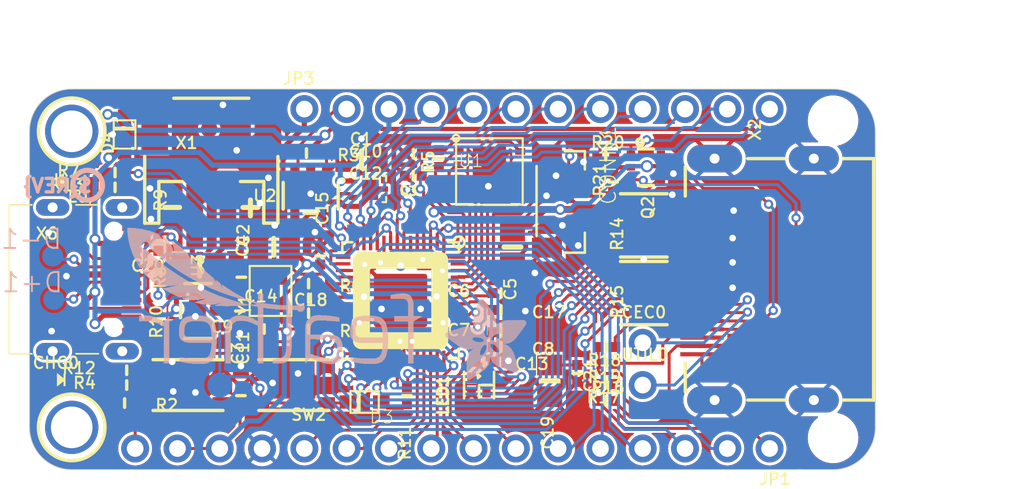
<source format=kicad_pcb>
(kicad_pcb (version 20221018) (generator pcbnew)
  (layers (0 "F.Cu" signal) (31 "B.Cu" signal) (34 "B.Paste" user) (35 "F.Paste" user) (36 "B.SilkS" user "B.Silkscreen") (37 "F.SilkS" user "F.Silkscreen") (38 "B.Mask" user) (39 "F.Mask" user) (44 "Edge.Cuts" user))
  (net 0 "")
  (net 1 "GND")
  (net 2 "MOSI")
  (net 3 "MISO")
  (net 4 "SCK")
  (net 5 "D24")
  (net 6 "A3")
  (net 7 "A2")
  (net 8 "A1")
  (net 9 "D11")
  (net 10 "D12")
  (net 11 "+3V3")
  (net 12 "VBUS")
  (net 13 "VBAT")
  (net 14 "N$2")
  (net 15 "D13")
  (net 16 "A0")
  (net 17 "N$1")
  (net 18 "N$3")
  (net 19 "N$4")
  (net 20 "SCL")
  (net 21 "SDA")
  (net 22 "D9")
  (net 23 "D6")
  (net 24 "D5")
  (net 25 "D10")
  (net 26 "D+")
  (net 27 "D-")
  (net 28 "~{RESET}")
  (net 29 "EN")
  (net 30 "VHI")
  (net 31 "QSPI_DATA[0]")
  (net 32 "QSPI_DATA[1]")
  (net 33 "QSPI_SCK")
  (net 34 "QSPI_CS")
  (net 35 "QSPI_DATA[3]")
  (net 36 "QSPI_DATA[2]")
  (net 37 "D4")
  (net 38 "CC1")
  (net 39 "CC2")
  (net 40 "1.2V")
  (net 41 "SWCLK")
  (net 42 "SWDIO")
  (net 43 "TX")
  (net 44 "RX")
  (net 45 "N$5")
  (net 46 "N$6")
  (net 47 "D25")
  (net 48 "N$7")
  (net 49 "USB_D+")
  (net 50 "USB_D-")
  (net 51 "USBBOOT")
  (net 52 "N$16")
  (net 53 "HDMI_TXC+")
  (net 54 "HDMI_TXC-")
  (net 55 "HDMI_TX0+")
  (net 56 "HDMI_TX0-")
  (net 57 "HDMI_TX1+")
  (net 58 "HDMI_TX1-")
  (net 59 "HDMI_TX2+")
  (net 60 "HDMI_TX2-")
  (net 61 "D2N")
  (net 62 "D1N")
  (net 63 "D0N")
  (net 64 "D0P")
  (net 65 "D1P")
  (net 66 "D2P")
  (net 67 "CKP")
  (net 68 "CKN")
  (net 69 "SCL_5V")
  (net 70 "SDA_5V")
  (net 71 "HPD_3V")
  (net 72 "HPD")
  (net 73 "CEC")
  (net 74 "UTIL")
  (footprint "working:SK6805_1515" (layer "F.Cu") (at 150.1013 111.3536 90)
    (fp_text reference "LED1")
    (fp_text value "WS2812B_SK6805_1515")
  )
  (footprint "working:PLABEL25" (layer "F.Cu") (at 147.2311 96.2406)
    (fp_text reference "PLABEL25" hide)
    (fp_text value "" hide)
  )
  (footprint "working:PLABEL9" (layer "F.Cu") (at 147.2311 113.6396)
    (fp_text reference "PLABEL9" hide)
    (fp_text value "" hide)
  )
  (footprint "working:PLABEL23" (layer "F.Cu") (at 153.4541 95.8596)
    (fp_text reference "PLABEL23" hide)
    (fp_text value "" hide)
  )
  (footprint "working:_0402NO" (layer "F.Cu") (at 150.4061 109.9566)
    (fp_text reference "C13")
    (fp_text value "0.1uF")
  )
  (footprint "working:SOD-323F" (layer "F.Cu") (at 143.2306 112.3696 180)
    (fp_text reference "D3")
    (fp_text value "1N4148")
  )
  (footprint "working:PLABEL12" (layer "F.Cu") (at 154.8511 113.6396)
    (fp_text reference "PLABEL12" hide)
    (fp_text value "" hide)
  )
  (footprint "working:_0402NO" (layer "F.Cu") (at 157.7086 97.5741)
    (fp_text reference "R20")
    (fp_text value "10K")
  )
  (footprint "working:_0402NO" (layer "F.Cu") (at 130.8481 104.6861 -90)
    (fp_text reference "R10")
    (fp_text value "22 ohm")
  )
  (footprint "working:0805-NO" (layer "F.Cu") (at 152.1079 103.0605 -90)
    (fp_text reference "C5")
    (fp_text value "10uF")
  )
  (footprint "working:_0402NO" (layer "F.Cu") (at 157.7721 109.0676 180)
    (fp_text reference "R18")
    (fp_text value "10K")
  )
  (footprint "working:BTN_RKB2_4.6X2.8" (layer "F.Cu") (at 132.6261 111.3536 180)
    (fp_text reference "SW1" hide)
    (fp_text value "KMR2" hide)
  )
  (footprint "working:_0402NO" (layer "F.Cu") (at 146.159306 97.454804 180)
    (fp_text reference "C10")
    (fp_text value "1uF")
  )
  (footprint "working:PLABEL22" (layer "F.Cu") (at 154.8511 96.2406)
    (fp_text reference "PLABEL22" hide)
    (fp_text value "" hide)
  )
  (footprint "working:_0402NO" (layer "F.Cu") (at 139.7381 97.4217)
    (fp_text reference "R3")
    (fp_text value "10K")
  )
  (footprint "working:PLABEL29" (layer "F.Cu") (at 133.3881 113.6396)
    (fp_text reference "PLABEL29" hide)
    (fp_text value "" hide)
  )
  (footprint "working:PLABEL30" (layer "F.Cu") (at 155.6766 106.4006)
    (fp_text reference "PLABEL30" hide)
    (fp_text value "" hide)
  )
  (footprint "working:PLABEL32" (layer "F.Cu") (at 167.6781 113.6396)
    (fp_text reference "PLABEL32" hide)
    (fp_text value "" hide)
  )
  (footprint "working:MOUNTINGHOLE_2.5_PLATED" (layer "F.Cu") (at 125.6411 96.1136 -90)
    (fp_text reference "U$31" hide)
    (fp_text value "MOUNTINGHOLE2.5" hide)
  )
  (footprint "working:SOD-323F" (layer "F.Cu") (at 128.8161 96.3041 90)
    (fp_text reference "D4")
    (fp_text value "PMEG2020AEA")
  )
  (footprint "working:1X01_ROUND" (layer "F.Cu") (at 159.9311 111.3536)
    (fp_text reference "UTIL0")
    (fp_text value "")
  )
  (footprint "working:PLABEL31" (layer "F.Cu") (at 154.7876 108.6866)
    (fp_text reference "PLABEL31" hide)
    (fp_text value "" hide)
  )
  (footprint "working:MOUNTINGHOLE_2.5_PLATED" (layer "F.Cu") (at 125.6411 113.8936 -90)
    (fp_text reference "U$32" hide)
    (fp_text value "MOUNTINGHOLE2.5" hide)
  )
  (footprint "working:RESPACK_4X0603" (layer "F.Cu") (at 159.9946 101.7651 90)
    (fp_text reference "R14")
    (fp_text value "220 Pack")
  )
  (footprint "working:PLABEL35" (layer "F.Cu") (at 161.3916 108.6866 90)
    (fp_text reference "PLABEL35" hide)
    (fp_text value "" hide)
  )
  (footprint "working:_0402NO" (layer "F.Cu") (at 128.2446 98.5901 180)
    (fp_text reference "R7")
    (fp_text value "10K")
  )
  (footprint "working:1X12_ROUND" (layer "F.Cu") (at 153.5811 94.7801)
    (fp_text reference "JP3")
    (fp_text value "")
  )
  (footprint "working:_0402NO" (layer "F.Cu") (at 130.81 107.4166 90)
    (fp_text reference "R8")
    (fp_text value "5.1K")
  )
  (footprint "working:_0402NO" (layer "F.Cu") (at 157.7721 110.0836 180)
    (fp_text reference "R19")
    (fp_text value "10K")
  )
  (footprint "" (layer "F.Cu") (at 171.3611 95.4786)
    (fp_text reference "@HOLE0" hide)
    (fp_text value "")
  )
  (footprint "working:_0402NO" (layer "F.Cu") (at 151.4221 106.8451)
    (fp_text reference "C17")
    (fp_text value "1uF")
  )
  (footprint "working:PLABEL27" (layer "F.Cu") (at 142.1511 96.2406)
    (fp_text reference "PLABEL27" hide)
    (fp_text value "" hide)
  )
  (footprint "working:PLABEL11" (layer "F.Cu") (at 152.3111 113.6396)
    (fp_text reference "PLABEL11" hide)
    (fp_text value "" hide)
  )
  (footprint "working:PLABEL4" (layer "F.Cu") (at 129.4511 113.6396)
    (fp_text reference "PLABEL4" hide)
    (fp_text value "" hide)
  )
  (footprint "working:_0402NO" (layer "F.Cu") (at 139.8651 107.9881)
    (fp_text reference "R1")
    (fp_text value "10K")
  )
  (footprint "working:SOT23-5" (layer "F.Cu") (at 139.9921 99.9871 180)
    (fp_text reference "U2")
    (fp_text value "RT9080-3.3")
  )
  (footprint "working:PLABEL5" (layer "F.Cu") (at 137.0711 113.6396)
    (fp_text reference "PLABEL5" hide)
    (fp_text value "" hide)
  )
  (footprint "working:_0402NO" (layer "F.Cu") (at 139.8651 107.0356)
    (fp_text reference "C18")
    (fp_text value "0.1uF")
  )
  (footprint "working:1X01_ROUND" (layer "F.Cu") (at 159.9311 108.8136)
    (fp_text reference "CEC0")
    (fp_text value "")
  )
  (footprint "working:PLABEL19" (layer "F.Cu") (at 162.4711 96.2406)
    (fp_text reference "PLABEL19" hide)
    (fp_text value "" hide)
  )
  (footprint "working:PLABEL28" (layer "F.Cu") (at 139.6111 96.2406)
    (fp_text reference "PLABEL28" hide)
    (fp_text value "" hide)
  )
  (footprint "working:PLABEL33" (layer "F.Cu") (at 157.2641 103.4161 90)
    (fp_text reference "PLABEL33" hide)
    (fp_text value "" hide)
  )
  (footprint "working:_0402NO" (layer "F.Cu") (at 128.8161 112.4331)
    (fp_text reference "R2")
    (fp_text value "10K")
  )
  (footprint "working:CHIPLED_0603_NOOUTLINE" (layer "F.Cu") (at 124.9206 99.0111 90)
    (fp_text reference "L0")
    (fp_text value "RED")
  )
  (footprint "working:0805-NO" (layer "F.Cu") (at 143.0451 97.8008)
    (fp_text reference "C1")
    (fp_text value "10uF")
  )
  (footprint "working:_0402NO" (layer "F.Cu") (at 135.8011 111.9886 90)
    (fp_text reference "C11")
    (fp_text value "1uF")
  )
  (footprint "" (layer "F.Cu") (at 171.3611 114.5286)
    (fp_text reference "@HOLE1" hide)
    (fp_text value "")
  )
  (footprint "working:_0402NO" (layer "F.Cu") (at 140.5636 103.6066 90)
    (fp_text reference "C15")
    (fp_text value "1uF")
  )
  (footprint "working:PLABEL2" (layer "F.Cu") (at 126.8984 110.9218 90)
    (fp_text reference "PLABEL2" hide)
    (fp_text value "" hide)
  )
  (footprint "working:PLABEL3" (layer "F.Cu") (at 126.6444 99.1743 90)
    (fp_text reference "PLABEL3" hide)
    (fp_text value "" hide)
  )
  (footprint "working:PLABEL20" (layer "F.Cu") (at 159.9311 96.2406)
    (fp_text reference "PLABEL20" hide)
    (fp_text value "" hide)
  )
  (footprint "working:0805-NO" (layer "F.Cu") (at 137.7731 103.0501 180)
    (fp_text reference "C4")
    (fp_text value "10uF")
  )
  (footprint "working:_0402NO" (layer "F.Cu") (at 128.9431 111.3536 180)
    (fp_text reference "R4")
    (fp_text value "10K")
  )
  (footprint "working:PLABEL34" (layer "F.Cu") (at 161.4551 111.2901 90)
    (fp_text reference "PLABEL34" hide)
    (fp_text value "" hide)
  )
  (footprint "working:PLABEL14" (layer "F.Cu") (at 159.9311 113.6396)
    (fp_text reference "PLABEL14" hide)
    (fp_text value "" hide)
  )
  (footprint "working:_0402NO" (layer "F.Cu") (at 147.6883 97.7519 90)
    (fp_text reference "R5")
    (fp_text value "10K")
  )
  (footprint "working:PLABEL17" (layer "F.Cu") (at 165.0111 96.2406)
    (fp_text reference "PLABEL17" hide)
    (fp_text value "" hide)
  )
  (footprint "working:_0402NO" (layer "F.Cu") (at 145.7706 111.9886 -90)
    (fp_text reference "R11")
    (fp_text value "1K")
  )
  (footprint "working:PLABEL0" (layer "F.Cu") (at 139.1666 109.0676)
    (fp_text reference "PLABEL0" hide)
    (fp_text value "" hide)
  )
  (footprint "working:_0402NO" (layer "F.Cu") (at 128.2446 99.4791 180)
    (fp_text reference "R13")
    (fp_text value "5.1K")
  )
  (footprint "working:_0402NO" (layer "F.Cu") (at 135.8265 104.8766 90)
    (fp_text reference "C2")
    (fp_text value "22pF")
  )
  (footprint "working:_0402NO" (layer "F.Cu") (at 157.7086 112.3061)
    (fp_text reference "R16")
    (fp_text value "100K")
  )
  (footprint "working:PLABEL13" (layer "F.Cu") (at 157.3911 113.6396)
    (fp_text reference "PLABEL13" hide)
    (fp_text value "" hide)
  )
  (footprint "working:0805-NO" (layer "F.Cu") (at 133.3246 104.3051 180)
    (fp_text reference "C20")
    (fp_text value "10uF")
  )
  (footprint "working:PLABEL8" (layer "F.Cu") (at 144.6911 113.6396)
    (fp_text reference "PLABEL8" hide)
    (fp_text value "" hide)
  )
  (footprint "working:FIDUCIAL_1MM" (layer "F.Cu") (at 169.3763 115.6646 -90)
    (fp_text reference "U$35" hide)
    (fp_text value "FIDUCIAL_1MM" hide)
  )
  (footprint "working:_0402NO" (layer "F.Cu") (at 139.8651 106.1466 180)
    (fp_text reference "C14")
    (fp_text value "0.1uF")
  )
  (footprint "working:HDMI_MOLEX_47151-0001" (layer "F.Cu") (at 166.7891 105.0036 90)
    (fp_text reference "X2")
    (fp_text value "47151-0001")
  )
  (footprint "working:PLABEL1" (layer "F.Cu") (at 132.8801 109.0676)
    (fp_text reference "PLABEL1" hide)
    (fp_text value "" hide)
  )
  (footprint "working:PLABEL21" (layer "F.Cu") (at 157.3911 96.2406)
    (fp_text reference "PLABEL21" hide)
    (fp_text value "" hide)
  )
  (footprint "working:_0402NO" (layer "F.Cu") (at 139.8651 105.2576)
    (fp_text reference "R6")
    (fp_text value "1K")
  )
  (footprint "working:_0402NO" (layer "F.Cu") (at 135.7376 106.9086 -90)
    (fp_text reference "C3")
    (fp_text value "22pF")
  )
  (footprint "working:0805-NO" (layer "F.Cu") (at 154.3431 111.0996 -90)
    (fp_text reference "C19")
    (fp_text value "10uF")
  )
  (footprint "working:SOT23-5" (layer "F.Cu") (at 133.223 106.9086 90)
    (fp_text reference "U3")
    (fp_text value "MCP73831T-2ACI/OT")
  )
  (footprint "working:JST_SH4_RA" (layer "F.Cu") (at 155.8036 100.3046 -90)
    (fp_text reference "CONN1")
    (fp_text value "STEMMA_I2C_QTRA")
  )
  (footprint "working:_0402NO" (layer "F.Cu") (at 151.4221 105.8291 180)
    (fp_text reference "C6")
    (fp_text value "0.1uF")
  )
  (footprint "working:BTN_RKB2_4.6X2.8" (layer "F.Cu") (at 138.9761 111.3536 180)
    (fp_text reference "SW2")
    (fp_text value "KMR2")
  )
  (footprint "working:SOT363" (layer "F.Cu") (at 160.1216 98.2726 -90)
    (fp_text reference "Q2")
    (fp_text value "BSS138")
  )
  (footprint "working:_0402NO" (layer "F.Cu") (at 158.1531 99.1616 90)
    (fp_text reference "R21")
    (fp_text value "10K")
  )
  (footprint "working:_0402NO" (layer "F.Cu") (at 146.1516 98.7806 180)
    (fp_text reference "C12")
    (fp_text value "0.1uF")
  )
  (footprint "working:CRYSTAL_2.5X2" (layer "F.Cu") (at 137.5791 105.7021 90)
    (fp_text reference "Y1")
    (fp_text value "12MHz/12pF")
  )
  (footprint "working:1X16_ROUND" (layer "F.Cu") (at 148.5011 115.1636 180)
    (fp_text reference "JP1")
    (fp_text value "")
  )
  (footprint "working:PLABEL15" (layer "F.Cu") (at 162.4711 113.6396)
    (fp_text reference "PLABEL15" hide)
    (fp_text value "" hide)
  )
  (footprint "working:_0402NO" (layer "F.Cu") (at 137.1981 107.9881 180)
    (fp_text reference "C9")
    (fp_text value "0.1uF")
  )
  (footprint "working:DFN2015-3" (layer "F.Cu") (at 143.4846 99.5807)
    (fp_text reference "Q3")
    (fp_text value "DMG3415UFY")
  )
  (footprint "working:QFN56_7MM_REDUCEDEPAD" (layer "F.Cu") (at 145.3896 106.2736 -90)
    (fp_text reference "IC1" hide)
    (fp_text value "RP2040_QFN56" hide)
  )
  (footprint "working:PLABEL24" (layer "F.Cu") (at 150.7871 95.8596)
    (fp_text reference "PLABEL24" hide)
    (fp_text value "" hide)
  )
  (footprint "working:_0402NO" (layer "F.Cu") (at 130.8481 102.7811 90)
    (fp_text reference "R9")
    (fp_text value "22 ohm")
  )
  (footprint "working:_0402NO" (layer "F.Cu") (at 128.9431 110.4646 180)
    (fp_text reference "R12")
    (fp_text value "5.1K")
  )
  (footprint "working:PLABEL18" (layer "F.Cu") (at 168.0591 96.2406)
    (fp_text reference "PLABEL18" hide)
    (fp_text value "" hide)
  )
  (footprint "working:_0402NO" (layer "F.Cu") (at 151.4221 108.1786 180)
    (fp_text reference "C7")
    (fp_text value "0.1uF")
  )
  (footprint "working:PLABEL6" (layer "F.Cu") (at 139.6111 113.6396)
    (fp_text reference "PLABEL6" hide)
    (fp_text value "" hide)
  )
  (footprint "working:PLABEL10" (layer "F.Cu") (at 149.7711 113.6396)
    (fp_text reference "PLABEL10" hide)
    (fp_text value "" hide)
  )
  (footprint "working:USON8_4X4" (layer "F.Cu") (at 150.7236 98.5266)
    (fp_text reference "U1")
    (fp_text value "8MB QSPI")
  )
  (footprint "working:PLABEL7" (layer "F.Cu") (at 142.1511 113.6396)
    (fp_text reference "PLABEL7" hide)
    (fp_text value "" hide)
  )
  (footprint "working:USB_C_CUSB31-CFM2AX-01-X" (layer "F.Cu") (at 126.9746 105.0036 -90)
    (fp_text reference "X6")
    (fp_text value "USB Type C")
  )
  (footprint "working:PLABEL26" (layer "F.Cu") (at 144.6911 96.2406)
    (fp_text reference "PLABEL26" hide)
    (fp_text value "" hide)
  )
  (footprint "working:_0402NO" (layer "F.Cu") (at 155.9941 110.6551 -90)
    (fp_text reference "C21")
    (fp_text value "1uF")
  )
  (footprint "working:PLABEL16" (layer "F.Cu") (at 165.0111 113.6396)
    (fp_text reference "PLABEL16" hide)
    (fp_text value "" hide)
  )
  (footprint "working:_0402NO" (layer "F.Cu") (at 151.4221 109.0676)
    (fp_text reference "C8")
    (fp_text value "1uF")
  )
  (footprint "working:_0402NO" (layer "F.Cu") (at 157.7086 111.2901 180)
    (fp_text reference "R17")
    (fp_text value "100K")
  )
  (footprint "working:RESPACK_4X0603" (layer "F.Cu") (at 159.9946 105.8291 90)
    (fp_text reference "R15")
    (fp_text value "220 Pack")
  )
  (footprint "working:JSTPH2_BATT" (layer "F.Cu") (at 134.0231 98.7806)
    (fp_text reference "X1")
    (fp_text value "JSTPH")
  )
  (footprint "working:CHIPLED_0603_NOOUTLINE" (layer "F.Cu") (at 125.0061 111.0361 -90)
    (fp_text reference "CHG0")
    (fp_text value "ORANGE")
  )
  (footprint "working:FIDUCIAL_1MM" (layer "F.Cu") (at 133.8961 95.9866 -90)
    (fp_text reference "U$34" hide)
    (fp_text value "FIDUCIAL_1MM" hide)
  )
  (footprint "working:PLABEL49" (layer "B.Cu") (at 164.8841 113.6396 180)
    (fp_text reference "PLABEL49" hide)
    (fp_text value "" hide)
  )
  (footprint "working:PLABEL59" (layer "B.Cu") (at 144.6911 96.3676 180)
    (fp_text reference "PLABEL59" hide)
    (fp_text value "" hide)
  )
  (footprint "working:PLABEL51" (layer "B.Cu") (at 167.5511 113.6396 180)
    (fp_text reference "PLABEL51" hide)
    (fp_text value "" hide)
  )
  (footprint "working:PLABEL40" (layer "B.Cu") (at 142.0241 113.6396 180)
    (fp_text reference "PLABEL40" hide)
    (fp_text value "" hide)
  )
  (footprint "working:PLABEL61" (layer "B.Cu") (at 139.6111 96.3676 180)
    (fp_text reference "PLABEL61" hide)
    (fp_text value "" hide)
  )
  (footprint "working:PLABEL44" (layer "B.Cu") (at 152.1841 113.6396 180)
    (fp_text reference "PLABEL44" hide)
    (fp_text value "" hide)
  )
  (footprint "working:PLABEL65" (layer "B.Cu") (at 157.3911 111.3536 180)
    (fp_text reference "PLABEL65" hide)
    (fp_text value "" hide)
  )
  (footprint "working:PLABEL58" (layer "B.Cu") (at 147.2311 96.3676 180)
    (fp_text reference "PLABEL58" hide)
    (fp_text value "" hide)
  )
  (footprint "working:PLABEL36" (layer "B.Cu") (at 173.3931 105.7021 180)
    (fp_text reference "PLABEL36" hide)
    (fp_text value "" hide)
  )
  (footprint "working:PLABEL67" (layer "B.Cu") (at 167.2971 108.5596 180)
    (fp_text reference "PLABEL67" hide)
    (fp_text value "" hide)
  )
  (footprint "working:FEATHERLOGO_MED" (layer "B.Cu") (at 146.7866 110.1471 180)
    (fp_text reference "U$42" hide)
    (fp_text value "" hide)
  )
  (footprint "working:PLABEL37" (layer "B.Cu") (at 129.3241 113.6396 180)
    (fp_text reference "PLABEL37" hide)
    (fp_text value "" hide)
  )
  (footprint "working:PLABEL56" (layer "B.Cu") (at 157.3911 96.3676 180)
    (fp_text reference "PLABEL56" hide)
    (fp_text value "" hide)
  )
  (footprint "working:PLABEL60" (layer "B.Cu") (at 142.1511 96.3676 180)
    (fp_text reference "PLABEL60" hide)
    (fp_text value "" hide)
  )
  (footprint "working:B1,27" (layer "B.Cu") (at 124.5616 106.2101 180)
    (fp_text reference "D+1")
    (fp_text value "TPB1,27")
  )
  (footprint "working:PLABEL66" (layer "B.Cu") (at 157.6451 108.8136 180)
    (fp_text reference "PLABEL66" hide)
    (fp_text value "" hide)
  )
  (footprint "working:PLABEL62" (layer "B.Cu") (at 152.3111 96.3676 180)
    (fp_text reference "PLABEL62" hide)
    (fp_text value "" hide)
  )
  (footprint "working:PLABEL45" (layer "B.Cu") (at 154.7241 113.6396 180)
    (fp_text reference "PLABEL45" hide)
    (fp_text value "" hide)
  )
  (footprint "working:PLABEL54" (layer "B.Cu") (at 162.4711 96.3676 180)
    (fp_text reference "PLABEL54" hide)
    (fp_text value "" hide)
  )
  (footprint "working:PLABEL48" (layer "B.Cu") (at 162.3441 113.6396 180)
    (fp_text reference "PLABEL48" hide)
    (fp_text value "" hide)
  )
  (footprint "working:PLABEL38" (layer "B.Cu") (at 136.9441 113.6396 180)
    (fp_text reference "PLABEL38" hide)
    (fp_text value "" hide)
  )
  (footprint "working:PCBFEAT-REV-040" (layer "B.Cu") (at 126.5936 99.3521 180)
    (fp_text reference "U$13" hide)
    (fp_text value "" hide)
  )
  (footprint "working:PLABEL42" (layer "B.Cu") (at 147.1041 113.6396 180)
    (fp_text reference "PLABEL42" hide)
    (fp_text value "" hide)
  )
  (footprint "working:ADAFRUIT_5MM" (layer "B.Cu") (at 152.9461 111.0361 180)
    (fp_text reference "U$46" hide)
    (fp_text value "" hide)
  )
  (footprint "working:B1,27" (layer "B.Cu") (at 124.4981 103.6066 180)
    (fp_text reference "D-1")
    (fp_text value "TPB1,27")
  )
  (footprint "working:PLABEL50" (layer "B.Cu") (at 133.2611 113.6396 180)
    (fp_text reference "PLABEL50" hide)
    (fp_text value "" hide)
  )
  (footprint "working:PLABEL57" (layer "B.Cu") (at 154.8511 96.3676 180)
    (fp_text reference "PLABEL57" hide)
    (fp_text value "" hide)
  )
  (footprint "working:TESTPOINT_ROUND_1.5MM_NO" (layer "B.Cu") (at 134.5311 111.3536 180)
    (fp_text reference "TP3" hide)
    (fp_text value "" hide)
  )
  (footprint "working:PLABEL55" (layer "B.Cu") (at 160.1851 96.3676 180)
    (fp_text reference "PLABEL55" hide)
    (fp_text value "" hide)
  )
  (footprint "working:PLABEL46" (layer "B.Cu") (at 157.2641 113.6396 180)
    (fp_text reference "PLABEL46" hide)
    (fp_text value "" hide)
  )
  (footprint "working:PLABEL64" (layer "B.Cu") (at 133.0071 96.3676 180)
    (fp_text reference "PLABEL64" hide)
    (fp_text value "" hide)
  )
  (footprint "working:PLABEL47" (layer "B.Cu") (at 159.8041 113.6396 180)
    (fp_text reference "PLABEL47" hide)
    (fp_text value "" hide)
  )
  (footprint "working:PLABEL53" (layer "B.Cu") (at 168.0591 96.3676 180)
    (fp_text reference "PLABEL53" hide)
    (fp_text value "" hide)
  )
  (footprint "working:PLABEL39" (layer "B.Cu") (at 139.4841 113.6396 180)
    (fp_text reference "PLABEL39" hide)
    (fp_text value "" hide)
  )
  (footprint "working:PLABEL52" (layer "B.Cu") (at 165.0111 96.3676 180)
    (fp_text reference "PLABEL52" hide)
    (fp_text value "" hide)
  )
  (footprint "working:PLABEL43" (layer "B.Cu") (at 149.6441 113.6396 180)
    (fp_text reference "PLABEL43" hide)
    (fp_text value "" hide)
  )
  (footprint "working:PLABEL63" (layer "B.Cu") (at 149.7711 96.3676 180)
    (fp_text reference "PLABEL63" hide)
    (fp_text value "" hide)
  )
  (footprint "working:PLABEL41" (layer "B.Cu") (at 144.5641 113.6396 180)
    (fp_text reference "PLABEL41" hide)
    (fp_text value "" hide)
  )
  (gr_line (start 147.7391 103.8606) (end 147.7391 108.6866) (stroke (width 1.016)) (layer "F.SilkS"))
  (gr_line (start 147.7391 108.6866) (end 143.0401 108.6866) (stroke (width 1.016)) (layer "F.SilkS"))
  (gr_line (start 143.0401 103.8606) (end 147.7391 103.8606) (stroke (width 1.016)) (layer "F.SilkS"))
  (gr_line (start 143.0401 108.6866) (end 143.0401 103.8606) (stroke (width 1.016)) (layer "F.SilkS"))
  (gr_line (start 171.3611 93.5736) (end 125.6411 93.5736) (stroke (width 0.05)) (layer "Edge.Cuts"))
  (gr_line (start 125.6411 116.4336) (end 171.3611 116.4336) (stroke (width 0.05)) (layer "Edge.Cuts"))
  (gr_arc (start 171.3611 93.5736) (mid 173.157151 94.317549) (end 173.9011 96.1136) (stroke (width 0.05)) (layer "Edge.Cuts"))
  (gr_line (start 173.9011 113.8936) (end 173.9011 96.1136) (stroke (width 0.05)) (layer "Edge.Cuts"))
  (gr_arc (start 173.9011 113.8936) (mid 173.157151 115.689651) (end 171.3611 116.4336) (stroke (width 0.05)) (layer "Edge.Cuts"))
  (gr_line (start 123.1011 96.1136) (end 123.1011 113.8936) (stroke (width 0.05)) (layer "Edge.Cuts"))
  (gr_arc (start 125.6411 116.4336) (mid 123.845049 115.689651) (end 123.1011 113.8936) (stroke (width 0.05)) (layer "Edge.Cuts"))
  (gr_arc (start 123.1011 96.1136) (mid 123.845049 94.317549) (end 125.6411 93.5736) (stroke (width 0.05)) (layer "Edge.Cuts"))
  (gr_text "" (at 134.5311 113.3856) (layer "F.SilkS") (effects (font (size 0.89408 0.89408) (thickness 0.12192))))
  (segment (start 150.7236 98.5266) (end 150.7236 99.3521) (width 0.3048) (layer "F.Cu") (net 1))
  (segment (start 136.174375 108.0468) (end 136.233075 107.9881) (width 0.3048) (layer "F.Cu") (net 1))
  (segment (start 148.8736 99.7266) (end 150.3491 99.7266) (width 0.3048) (layer "F.Cu") (net 1))
  (segment (start 129.9486 96.3041) (end 128.096493 96.3041) (width 0.3048) (layer "F.Cu") (net 1))
  (segment (start 130.2766 108.6231) (end 132.8801 108.6231) (width 0.3048) (layer "F.Cu") (net 1))
  (segment (start 136.6901 107.5436) (end 136.6901 107.9881) (width 0.3048) (layer "F.Cu") (net 1))
  (segment (start 144.7546 106.2736) (end 144.2466 106.7816) (width 0.3048) (layer "F.Cu") (net 1))
  (segment (start 130.81 106.9086) (end 130.4671 106.9086) (width 0.3048) (layer "F.Cu") (net 1))
  (segment (start 133.0706 108.4326) (end 133.0706 107.2261) (width 0.3048) (layer "F.Cu") (net 1))
  (segment (start 139.0777 107.315) (end 136.9187 107.315) (width 0.3048) (layer "F.Cu") (net 1))
  (segment (start 145.3896 106.2736) (end 144.7546 106.2736) (width 0.3048) (layer "F.Cu") (net 1))
  (segment (start 130.6231 95.6296) (end 129.9486 96.3041) (width 0.3048) (layer "F.Cu") (net 1))
  (segment (start 132.3746 104.3051) (end 132.8801 103.7996) (width 0.3048) (layer "F.Cu") (net 1))
  (segment (start 132.8801 108.6231) (end 133.0706 108.4326) (width 0.3048) (layer "F.Cu") (net 1))
  (segment (start 144.1196 105.3211) (end 144.0561 105.3211) (width 0.4064) (layer "F.Cu") (net 1))
  (segment (start 141.9396 105.2736) (end 144.0721 105.2736) (width 0.1778) (layer "F.Cu") (net 1))
  (segment (start 135.7376 106.4006) (end 135.623125 106.4006) (width 0.3048) (layer "F.Cu") (net 1))
  (segment (start 156.1211 111.2901) (end 155.9941 111.1631) (width 0.3048) (layer "F.Cu") (net 1))
  (segment (start 140.5636 102.5144) (end 140.2461 102.1969) (width 0.3048) (layer "F.Cu") (net 1))
  (segment (start 136.233075 107.9881) (end 136.6901 107.9881) (width 0.3048) (layer "F.Cu") (net 1))
  (segment (start 135.623125 106.4006) (end 135.115125 106.9086) (width 0.3048) (layer "F.Cu") (net 1))
  (segment (start 129.4511 110.4646) (end 130.4671 110.4646) (width 0.3048) (layer "F.Cu") (net 1))
  (segment (start 157.2006 111.2901) (end 156.1211 111.2901) (width 0.3048) (layer "F.Cu") (net 1))
  (segment (start 144.0721 105.2736) (end 144.1196 105.3211) (width 0.1778) (layer "F.Cu") (net 1))
  (segment (start 144.5641 105.8291) (end 144.0561 105.3211) (width 0.4064) (layer "F.Cu") (net 1))
  (segment (start 129.8571 108.2036) (end 130.2766 108.6231) (width 0.3048) (layer "F.Cu") (net 1))
  (segment (start 144.9451 105.8291) (end 144.5641 105.8291) (width 0.4064) (layer "F.Cu") (net 1))
  (segment (start 129.2496 108.2036) (end 129.8071 108.2036) (width 0.3048) (layer "F.Cu") (net 1))
  (segment (start 133.0231 101.33) (end 133.0231 100.8296) (width 0.3048) (layer "F.Cu") (net 1))
  (segment (start 129.8071 108.2036) (end 129.8571 108.2036) (width 0.3048) (layer "F.Cu") (net 1))
  (segment (start 135.9329 108.0468) (end 136.174375 108.0468) (width 0.3048) (layer "F.Cu") (net 1))
  (segment (start 130.175 107.2007) (end 130.175 107.8357) (width 0.3048) (layer "F.Cu") (net 1))
  (segment (start 135.7376 108.2421) (end 135.9329 108.0468) (width 0.3048) (layer "F.Cu") (net 1))
  (segment (start 130.4671 110.4646) (end 130.6531 110.2786) (width 0.3048) (layer "F.Cu") (net 1))
  (segment (start 136.9187 107.315) (end 136.6901 107.5436) (width 0.3048) (layer "F.Cu") (net 1))
  (segment (start 130.4671 106.9086) (end 130.175 107.2007) (width 0.3048) (layer "F.Cu") (net 1))
  (segment (start 140.2461 102.1969) (end 140.2461 102.1715) (width 0.3048) (layer "F.Cu") (net 1))
  (segment (start 132.8801 103.7996) (end 132.8801 101.473) (width 0.3048) (layer "F.Cu") (net 1))
  (segment (start 150.3491 99.7266) (end 150.6601 99.4156) (width 0.3048) (layer "F.Cu") (net 1))
  (segment (start 140.5636 103.0986) (end 140.5636 102.5144) (width 0.3048) (layer "F.Cu") (net 1))
  (segment (start 139.3571 107.0356) (end 139.0777 107.315) (width 0.3048) (layer "F.Cu") (net 1))
  (segment (start 130.175 107.8357) (end 129.8071 108.2036) (width 0.3048) (layer "F.Cu") (net 1))
  (segment (start 144.9451 105.8291) (end 145.3896 106.2736) (width 0.4064) (layer "F.Cu") (net 1))
  (segment (start 135.115125 106.9086) (end 134.5231 106.9086) (width 0.3048) (layer "F.Cu") (net 1))
  (segment (start 150.7236 99.3521) (end 150.6601 99.4156) (width 0.3048) (layer "F.Cu") (net 1))
  (segment (start 132.8801 101.473) (end 133.0231 101.33) (width 0.3048) (layer "F.Cu") (net 1))
  (via (at 161.7726 98.6536) (size 0.654) (drill 0.4) (layers "F.Cu" "B.Cu") (net 1))
  (via (at 139.9921 99.8601) (size 0.654) (drill 0.4) (layers "F.Cu" "B.Cu") (net 1))
  (via (at 137.8331 101.7651) (size 0.654) (drill 0.4) (layers "F.Cu" "B.Cu") (net 1))
  (via (at 143.0401 96.5581) (size 0.654) (drill 0.4) (layers "F.Cu" "B.Cu") (net 1))
  (via (at 153.4541 104.6226) (size 0.654) (drill 0.4) (layers "F.Cu" "B.Cu") (net 1))
  (via (at 159.9946 103.7971) (size 0.654) (drill 0.4) (layers "F.Cu" "B.Cu") (net 1))
  (via (at 165.3286 103.9876) (size 0.654) (drill 0.4) (layers "F.Cu" "B.Cu") (net 1))
  (via (at 154.7241 98.7806) (size 0.654) (drill 0.4) (layers "F.Cu" "B.Cu") (net 1))
  (via (at 137.7061 111.2266) (size 0.654) (drill 0.4) (layers "F.Cu" "B.Cu") (net 1))
  (via (at 133.4008 105.4989) (size 0.654) (drill 0.4) (layers "F.Cu" "B.Cu") (net 1))
  (via (at 145.3896 104.1654) (size 0.654) (drill 0.4) (layers "F.Cu" "B.Cu") (net 1))
  (via (at 156.0576 102.9716) (size 0.654) (drill 0.4) (layers "F.Cu" "B.Cu") (net 1))
  (via (at 135.5471 97.2566) (size 0.654) (drill 0.4) (layers "F.Cu" "B.Cu") (net 1))
  (via (at 137.4521 98.9076) (size 0.654) (drill 0.4) (layers "F.Cu" "B.Cu") (net 1))
  (via (at 128.096493 96.3041) (size 0.654) (drill 0.4) (layers "F.Cu" "B.Cu") (net 1))
  (via (at 165.3286 102.5271) (size 0.654) (drill 0.4) (layers "F.Cu" "B.Cu") (net 1))
  (via (at 125.3236 104.8131) (size 0.654) (drill 0.4) (layers "F.Cu" "B.Cu") (net 1))
  (via (at 133.0706 107.2261) (size 0.654) (drill 0.4) (layers "F.Cu" "B.Cu") (net 1))
  (via (at 134.7216 94.5261) (size 0.654) (drill 0.4) (layers "F.Cu" "B.Cu") (net 1))
  (via (at 144.2466 106.7816) (size 0.654) (drill 0.4) (layers "F.Cu" "B.Cu") (net 1))
  (via (at 131.7371 111.7346) (size 0.654) (drill 0.4) (layers "F.Cu" "B.Cu") (net 1))
  (via (at 154.1526 99.9871) (size 0.654) (drill 0.4) (layers "F.Cu" "B.Cu") (net 1))
  (via (at 156.3751 97.9551) (size 0.654) (drill 0.4) (layers "F.Cu" "B.Cu") (net 1))
  (via (at 135.8011 110.2106) (size 0.654) (drill 0.4) (layers "F.Cu" "B.Cu") (net 1))
  (via (at 150.6601 99.4156) (size 0.654) (drill 0.4) (layers "F.Cu" "B.Cu") (net 1))
  (via (at 151.8666 109.8931) (size 0.654) (drill 0.4) (layers "F.Cu" "B.Cu") (net 1))
  (via (at 140.2461 102.1715) (size 0.654) (drill 0.4) (layers "F.Cu" "B.Cu") (net 1))
  (via (at 165.3286 105.5116) (size 0.654) (drill 0.4) (layers "F.Cu" "B.Cu") (net 1))
  (via (at 124.4346 108.1151) (size 0.654) (drill 0.4) (layers "F.Cu" "B.Cu") (net 1))
  (via (at 136.9441 100.4316) (size 0.654) (drill 0.4) (layers "F.Cu" "B.Cu") (net 1))
  (via (at 165.3921 100.8761) (size 0.654) (drill 0.4) (layers "F.Cu" "B.Cu") (net 1))
  (via (at 130.3401 99.5426) (size 0.654) (drill 0.4) (layers "F.Cu" "B.Cu") (net 1))
  (via (at 124.2441 102.2096) (size 0.654) (drill 0.4) (layers "F.Cu" "B.Cu") (net 1))
  (via (at 161.7091 99.9236) (size 0.654) (drill 0.4) (layers "F.Cu" "B.Cu") (net 1))
  (via (at 152.8826 106.9086) (size 0.654) (drill 0.4) (layers "F.Cu" "B.Cu") (net 1))
  (via (at 135.7376 108.2421) (size 0.654) (drill 0.4) (layers "F.Cu" "B.Cu") (net 1))
  (via (at 155.1051 101.7651) (size 0.654) (drill 0.4) (layers "F.Cu" "B.Cu") (net 1))
  (via (at 139.2301 110.6551) (size 0.654) (drill 0.4) (layers "F.Cu" "B.Cu") (net 1))
  (via (at 133.0706 111.7981) (size 0.654) (drill 0.4) (layers "F.Cu" "B.Cu") (net 1))
  (via (at 146.5961 106.7816) (size 0.654) (drill 0.4) (layers "F.Cu" "B.Cu") (net 1))
  (via (at 131.6736 109.9566) (size 0.654) (drill 0.4) (layers "F.Cu" "B.Cu") (net 1))
  (via (at 130.4036 101.3841) (size 0.654) (drill 0.4) (layers "F.Cu" "B.Cu") (net 1))
  (segment (start 143.2306 104.4321) (end 142.7891 104.8736) (width 0.1778) (layer "F.Cu") (net 2))
  (segment (start 141.9396 104.8736) (end 142.7891 104.8736) (width 0.1778) (layer "F.Cu") (net 2))
  (segment (start 143.2306 104.4321) (end 143.2306 104.1146) (width 0.1778) (layer "F.Cu") (net 2))
  (via (at 143.2306 104.1146) (size 0.554) (drill 0.3) (layers "F.Cu" "B.Cu") (net 2))
  (segment (start 157.3911 115.1636) (end 157.4927 115.062) (width 0.1778) (layer "B.Cu") (net 2))
  (segment (start 143.2306 104.1146) (end 143.299512 104.1146) (width 0.1778) (layer "B.Cu") (net 2))
  (segment (start 147.67485 103.2002) (end 153.5506 103.2002) (width 0.1778) (layer "B.Cu") (net 2))
  (segment (start 157.4927 107.1423) (end 157.4927 115.062) (width 0.1778) (layer "B.Cu") (net 2))
  (segment (start 153.5506 103.2002) (end 157.4927 107.1423) (width 0.1778) (layer "B.Cu") (net 2))
  (segment (start 144.506012 102.9081) (end 143.299512 104.1146) (width 0.1778) (layer "B.Cu") (net 2))
  (segment (start 147.38275 102.9081) (end 147.67485 103.2002) (width 0.1778) (layer "B.Cu") (net 2))
  (segment (start 144.506012 102.9081) (end 147.38275 102.9081) (width 0.1778) (layer "B.Cu") (net 2))
  (segment (start 144.654 101.20045) (end 144.4635 101.20045) (width 0.1778) (layer "F.Cu") (net 3))
  (segment (start 143.9896 102.8236) (end 143.9896 101.67435) (width 0.1778) (layer "F.Cu") (net 3))
  (segment (start 144.4635 101.20045) (end 143.9896 101.67435) (width 0.1778) (layer "F.Cu") (net 3))
  (via (at 144.654 101.20045) (size 0.554) (drill 0.3) (layers "F.Cu" "B.Cu") (net 3))
  (segment (start 147.82215 102.8446) (end 147.5115 102.53395) (width 0.1778) (layer "B.Cu") (net 3))
  (segment (start 153.7081 102.8446) (end 147.82215 102.8446) (width 0.1778) (layer "B.Cu") (net 3))
  (segment (start 145.6065 102.53395) (end 145.162 102.08945) (width 0.1778) (layer "B.Cu") (net 3))
  (segment (start 145.162 101.77195) (end 145.162 102.08945) (width 0.1778) (layer "B.Cu") (net 3))
  (segment (start 145.162 101.77195) (end 144.654 101.26395) (width 0.1778) (layer "B.Cu") (net 3))
  (segment (start 153.7081 102.8446) (end 157.9626 107.0991) (width 0.1778) (layer "B.Cu") (net 3))
  (segment (start 159.3596 115.1636) (end 159.9311 115.1636) (width 0.1778) (layer "B.Cu") (net 3))
  (segment (start 159.3596 115.1636) (end 157.9626 113.7666) (width 0.1778) (layer "B.Cu") (net 3))
  (segment (start 147.5115 102.53395) (end 145.6065 102.53395) (width 0.1778) (layer "B.Cu") (net 3))
  (segment (start 157.9626 107.0991) (end 157.9626 113.7666) (width 0.1778) (layer "B.Cu") (net 3))
  (segment (start 144.654 101.20045) (end 144.654 101.26395) (width 0.1778) (layer "B.Cu") (net 3))
  (segment (start 144.1781 104.004925) (end 143.7336 103.560425) (width 0.1778) (layer "F.Cu") (net 4))
  (segment (start 142.6591 104.3686) (end 142.5541 104.4736) (width 0.1778) (layer "F.Cu") (net 4))
  (segment (start 142.6591 103.760769) (end 142.6591 104.3686) (width 0.1778) (layer "F.Cu") (net 4))
  (segment (start 142.5541 104.4736) (end 141.9396 104.4736) (width 0.1778) (layer "F.Cu") (net 4))
  (segment (start 143.7336 103.560425) (end 142.859443 103.560425) (width 0.1778) (layer "F.Cu") (net 4))
  (segment (start 142.859443 103.560425) (end 142.6591 103.760769) (width 0.1778) (layer "F.Cu") (net 4))
  (via (at 144.1781 104.004925) (size 0.554) (drill 0.3) (layers "F.Cu" "B.Cu") (net 4))
  (segment (start 155.6131 115.1636) (end 154.8511 115.1636) (width 0.1778) (layer "B.Cu") (net 4))
  (segment (start 144.1781 104.004925) (end 144.919325 103.2637) (width 0.1778) (layer "B.Cu") (net 4))
  (segment (start 157.0101 113.7666) (end 155.6131 115.1636) (width 0.1778) (layer "B.Cu") (net 4))
  (segment (start 147.52755 103.5558) (end 153.4033 103.5558) (width 0.1778) (layer "B.Cu") (net 4))
  (segment (start 144.919325 103.2637) (end 147.23545 103.2637) (width 0.1778) (layer "B.Cu") (net 4))
  (segment (start 153.4033 103.5558) (end 157.0101 107.1626) (width 0.1778) (layer "B.Cu") (net 4))
  (segment (start 157.0101 107.1626) (end 157.0101 113.7666) (width 0.1778) (layer "B.Cu") (net 4))
  (segment (start 147.23545 103.2637) (end 147.52755 103.5558) (width 0.1778) (layer "B.Cu") (net 4))
  (segment (start 147.9931 110.776625) (end 147.9931 113.3856) (width 0.1778) (layer "F.Cu") (net 5))
  (segment (start 145.5896 109.7236) (end 145.5896 108.992713) (width 0.1778) (layer "F.Cu") (net 5))
  (segment (start 145.5444 108.947513) (end 145.5444 108.9104) (width 0.1778) (layer "F.Cu") (net 5))
  (segment (start 145.5444 108.9104) (end 145.3563 108.7223) (width 0.1778) (layer "F.Cu") (net 5))
  (segment (start 145.5896 108.992713) (end 145.5444 108.947513) (width 0.1778) (layer "F.Cu") (net 5))
  (segment (start 148.5778 110.191925) (end 147.9931 110.776625) (width 0.1778) (layer "F.Cu") (net 5))
  (segment (start 147.9931 113.3856) (end 149.7711 115.1636) (width 0.1778) (layer "F.Cu") (net 5))
  (via (at 148.5778 110.191925) (size 0.554) (drill 0.3) (layers "F.Cu" "B.Cu") (net 5))
  (via (at 145.3563 108.7223) (size 0.554) (drill 0.3) (layers "F.Cu" "B.Cu") (net 5))
  (segment (start 145.3563 108.7223) (end 145.5444 108.9104) (width 0.1778) (layer "B.Cu") (net 5))
  (segment (start 145.5444 108.947513) (end 145.862887 109.266) (width 0.1778) (layer "B.Cu") (net 5))
  (segment (start 147.651875 109.266) (end 145.862887 109.266) (width 0.1778) (layer "B.Cu") (net 5))
  (segment (start 147.651875 109.266) (end 148.5778 110.191925) (width 0.1778) (layer "B.Cu") (net 5))
  (segment (start 145.5444 108.9104) (end 145.5444 108.947513) (width 0.1778) (layer "B.Cu") (net 5))
  (segment (start 147.5896 114.8051) (end 147.2311 115.1636) (width 0.1778) (layer "F.Cu") (net 6))
  (segment (start 147.5896 109.7236) (end 147.5896 114.8051) (width 0.1778) (layer "F.Cu") (net 6))
  (segment (start 147.1896 109.7236) (end 147.1896 113.6176) (width 0.1778) (layer "F.Cu") (net 7))
  (segment (start 145.6436 115.1636) (end 144.6911 115.1636) (width 0.1778) (layer "F.Cu") (net 7))
  (segment (start 147.1896 113.6176) (end 145.6436 115.1636) (width 0.1778) (layer "F.Cu") (net 7))
  (segment (start 144.233431 114.0587) (end 143.128531 115.1636) (width 0.1778) (layer "F.Cu") (net 8))
  (segment (start 146.7896 113.4109) (end 146.1418 114.0587) (width 0.1778) (layer "F.Cu") (net 8))
  (segment (start 146.1418 114.0587) (end 144.233431 114.0587) (width 0.1778) (layer "F.Cu") (net 8))
  (segment (start 143.128531 115.1636) (end 142.1511 115.1636) (width 0.1778) (layer "F.Cu") (net 8))
  (segment (start 146.7896 109.7236) (end 146.7896 113.4109) (width 0.1778) (layer "F.Cu") (net 8))
  (segment (start 142.7896 102.8236) (end 142.7896 102.0226) (width 0.1778) (layer "F.Cu") (net 9))
  (segment (start 142.2146 101.4476) (end 142.2146 101.2571) (width 0.1778) (layer "F.Cu") (net 9))
  (segment (start 142.7896 102.0226) (end 142.2146 101.4476) (width 0.1778) (layer "F.Cu") (net 9))
  (via (at 142.2146 101.2571) (size 0.554) (drill 0.3) (layers "F.Cu" "B.Cu") (net 9))
  (segment (start 143.5481 98.7755) (end 145.9814 96.3422) (width 0.1778) (layer "B.Cu") (net 9))
  (segment (start 143.5481 99.2886) (end 142.2146 100.6221) (width 0.1778) (layer "B.Cu") (net 9))
  (segment (start 145.9814 96.3422) (end 149.86 96.3422) (width 0.1778) (layer "B.Cu") (net 9))
  (segment (start 151.4221 94.7801) (end 152.3111 94.7801) (width 0.1778) (layer "B.Cu") (net 9))
  (segment (start 143.5481 98.7755) (end 143.5481 99.2886) (width 0.1778) (layer "B.Cu") (net 9))
  (segment (start 151.4221 94.7801) (end 149.86 96.3422) (width 0.1778) (layer "B.Cu") (net 9))
  (segment (start 142.2146 101.2571) (end 142.2146 100.6221) (width 0.1778) (layer "B.Cu") (net 9))
  (segment (start 141.9396 103.6736) (end 142.42315 103.19005) (width 0.1778) (layer "F.Cu") (net 10))
  (segment (start 142.42315 102.3107) (end 142.42315 103.19005) (width 0.1778) (layer "F.Cu") (net 10))
  (segment (start 141.91515 101.8027) (end 141.72465 101.8027) (width 0.1778) (layer "F.Cu") (net 10))
  (segment (start 142.42315 102.3107) (end 141.91515 101.8027) (width 0.1778) (layer "F.Cu") (net 10))
  (via (at 141.72465 101.8027) (size 0.554) (drill 0.3) (layers "F.Cu" "B.Cu") (net 10))
  (segment (start 143.1925 98.6282) (end 143.1925 99.1362) (width 0.1778) (layer "B.Cu") (net 10))
  (segment (start 147.6756 95.9866) (end 145.8341 95.9866) (width 0.1778) (layer "B.Cu") (net 10))
  (segment (start 141.59765 100.73105) (end 141.59765 101.6757) (width 0.1778) (layer "B.Cu") (net 10))
  (segment (start 143.1925 99.1362) (end 141.59765 100.73105) (width 0.1778) (layer "B.Cu") (net 10))
  (segment (start 148.8821 94.7801) (end 147.6756 95.9866) (width 0.1778) (layer "B.Cu") (net 10))
  (segment (start 148.8821 94.7801) (end 149.7711 94.7801) (width 0.1778) (layer "B.Cu") (net 10))
  (segment (start 145.8341 95.9866) (end 143.1925 98.6282) (width 0.1778) (layer "B.Cu") (net 10))
  (segment (start 141.72465 101.8027) (end 141.59765 101.6757) (width 0.1778) (layer "B.Cu") (net 10))
  (segment (start 151.9956 96.7486) (end 148.5646 96.7486) (width 0.1778) (layer "F.Cu") (net 11))
  (segment (start 140.54935 104.10035) (end 140.5636 104.1146) (width 0.254) (layer "F.Cu") (net 11))
  (segment (start 147.9896 109.7236) (end 148.8396 108.8736) (width 0.1778) (layer "F.Cu") (net 11))
  (segment (start 140.486 101.0967) (end 139.8985 101.0967) (width 0.254) (layer "F.Cu") (net 11))
  (segment (start 159.2216 98.2726) (end 158.8516 98.2726) (width 0.254) (layer "F.Cu") (net 11))
  (segment (start 148.0776 108.4736) (end 147.7826 108.1786) (width 0.1778) (layer "F.Cu") (net 11))
  (segment (start 140.8786 101.2237) (end 140.613 101.2237) (width 0.254) (layer "F.Cu") (net 11))
  (segment (start 141.0811 106.4736) (end 140.7541 106.1466) (width 0.1778) (layer "F.Cu") (net 11))
  (segment (start 139.76285 104.10035) (end 139.76285 104.08985) (width 0.3048) (layer "F.Cu") (net 11))
  (segment (start 147.592915 100.831785) (end 147.457587 100.967113) (width 0.1778) (layer "F.Cu") (net 11))
  (segment (start 146.4691 104.3686) (end 147.3581 104.3686) (width 0.1778) (layer "F.Cu") (net 11))
  (segment (start 147.5484 106.0323) (end 147.4087 105.8926) (width 0.3048) (layer "F.Cu") (net 11))
  (segment (start 150.9141 107.2896) (end 151.1681 107.5436) (width 0.1778) (layer "F.Cu") (net 11))
  (segment (start 148.8326 102.6541) (end 148.8326 101.5111) (width 0.1778) (layer "F.Cu") (net 11))
  (segment (start 141.9396 106.4736) (end 141.0811 106.4736) (width 0.1778) (layer "F.Cu") (net 11))
  (segment (start 148.8396 106.4736) (end 149.457168 106.4736) (width 0.1778) (layer "F.Cu") (net 11))
  (segment (start 138.5316 107.9881) (end 138.5316 108.1151) (width 0.1778) (layer "F.Cu") (net 11))
  (segment (start 144.3896 109.7236) (end 144.3896 108.4166) (width 0.1778) (layer "F.Cu") (net 11))
  (segment (start 139.76285 104.08985) (end 138.7231 103.0501) (width 0.3048) (layer "F.Cu") (net 11))
  (segment (start 147.1295 99.2505) (end 146.6596 98.7806) (width 0.1778) (layer "F.Cu") (net 11))
  (segment (start 153.1366 101.7016) (end 152.3111 101.7016) (width 0.4064) (layer "F.Cu") (net 11))
  (segment (start 148.8396 106.8736) (end 148.8396 106.4736) (width 0.1778) (layer "F.Cu") (net 11))
  (segment (start 140.613 101.2237) (end 140.486 101.0967) (width 0.254) (layer "F.Cu") (net 11))
  (segment (start 147.1295 100.368369) (end 147.1295 99.2505) (width 0.1778) (layer "F.Cu") (net 11))
  (segment (start 138.5316 107.9881) (end 137.7061 107.9881) (width 0.1778) (layer "F.Cu") (net 11))
  (segment (start 152.07575 110.57295) (end 150.83195 110.57295) (width 0.1778) (layer "F.Cu") (net 11))
  (segment (start 139.6219 102.049375) (end 138.7231 102.948175) (width 0.254) (layer "F.Cu") (net 11))
  (segment (start 143.4846 106.3371) (end 143.4846 108.1786) (width 0.1778) (layer "F.Cu") (net 11))
  (segment (start 148.8396 108.8736) (end 149.7286 108.8736) (width 0.1778) (layer "F.Cu") (net 11))
  (segment (start 150.5513 110.8536) (end 150.83195 110.57295) (width 0.1778) (layer "F.Cu") (net 11))
  (segment (start 144.3896 108.4166) (end 144.3896 108.2261) (width 0.1778) (layer "F.Cu") (net 11))
  (segment (start 161.0216 98.2726) (end 160.9581 98.2091) (width 0.254) (layer "F.Cu") (net 11))
  (segment (start 160.1851 98.2091) (end 159.2851 98.2091) (width 0.254) (layer "F.Cu") (net 11))
  (segment (start 147.9896 102.8236) (end 148.6631 102.8236) (width 0.1778) (layer "F.Cu") (net 11))
  (segment (start 150.9141 106.8451) (end 150.825931 106.8451) (width 0.1778) (layer "F.Cu") (net 11))
  (segment (start 148.0693 97.2439) (end 147.6883 97.2439) (width 0.1778) (layer "F.Cu") (net 11))
  (segment (start 152.5016 107.6706) (end 152.3746 107.5436) (width 0.1778) (layer "F.Cu") (net 11))
  (segment (start 159.2216 98.2726) (end 159.2851 98.2091) (width 0.254) (layer "F.Cu") (net 11))
  (segment (start 147.3581 104.3686) (end 147.3581 103.9876) (width 0.1778) (layer "F.Cu") (net 11))
  (segment (start 148.5646 96.7486) (end 148.0693 97.2439) (width 0.1778) (layer "F.Cu") (net 11))
  (segment (start 139.6219 101.3733) (end 139.6219 102.049375) (width 0.254) (layer "F.Cu") (net 11))
  (segment (start 148.6631 102.8236) (end 148.8326 102.6541) (width 0.1778) (layer "F.Cu") (net 11))
  (segment (start 149.7286 108.8736) (end 150.0251 109.1701) (width 0.1778) (layer "F.Cu") (net 11))
  (segment (start 148.121231 101.3601) (end 147.592915 100.831785) (width 0.1778) (layer "F.Cu") (net 11))
  (segment (start 146.667306 97.454804) (end 146.878209 97.2439) (width 0.1778) (layer "F.Cu") (net 11))
  (segment (start 143.19885 106.05135) (end 143.4846 106.3371) (width 0.1778) (layer "F.Cu") (net 11))
  (segment (start 151.1681 107.5436) (end 152.3746 107.5436) (width 0.1778) (layer "F.Cu") (net 11))
  (segment (start 144.6276 108.1786) (end 147.3581 108.1786) (width 0.1778) (layer "F.Cu") (net 11))
  (segment (start 148.8396 108.4736) (end 148.0776 108.4736) (width 0.1778) (layer "F.Cu") (net 11))
  (segment (start 138.6586 107.9881) (end 139.3571 107.9881) (width 0.1778) (layer "F.Cu") (net 11))
  (segment (start 150.825931 106.8451) (end 150.332331 106.3515) (width 0.1778) (layer "F.Cu") (net 11))
  (segment (start 138.7231 102.948175) (end 138.7231 103.0501) (width 0.3048) (layer "F.Cu") (net 11))
  (segment (start 148.6816 101.3601) (end 148.121231 101.3601) (width 0.1778) (layer "F.Cu") (net 11))
  (segment (start 152.5736 97.3266) (end 151.9956 96.7486) (width 0.1778) (layer "F.Cu") (net 11))
  (segment (start 147.457587 100.967113) (end 147.391525 100.967113) (width 0.1778) (layer "F.Cu") (net 11))
  (segment (start 139.8985 101.0967) (end 139.6219 101.3733) (width 0.254) (layer "F.Cu") (net 11))
  (segment (start 142.776618 106.4736) (end 143.19885 106.05135) (width 0.1778) (layer "F.Cu") (net 11))
  (segment (start 150.5513 110.6098) (end 150.5513 110.8536) (width 0.1778) (layer "F.Cu") (net 11))
  (segment (start 141.9396 106.4736) (end 142.776618 106.4736) (width 0.1778) (layer "F.Cu") (net 11))
  (segment (start 144.3896 108.4166) (end 144.6276 108.1786) (width 0.1778) (layer "F.Cu") (net 11))
  (segment (start 148.8326 101.5111) (end 148.6816 101.3601) (width 0.1778) (layer "F.Cu") (net 11))
  (segment (start 149.579268 106.3515) (end 150.332331 106.3515) (width 0.1778) (layer "F.Cu") (net 11))
  (segment (start 134.5311 115.1636) (end 131.9911 115.1636) (width 0.1778) (layer "F.Cu") (net 11))
  (segment (start 147.3581 103.9876) (end 147.9896 103.3561) (width 0.1778) (layer "F.Cu") (net 11))
  (segment (start 145.6607 103.5602) (end 144.5547 103.5602) (width 0.1778) (layer "F.Cu") (net 11))
  (segment (start 150.0251 109.1701) (end 150.0251 109.8296) (width 0.1778) (layer "F.Cu") (net 11))
  (segment (start 148.8396 108.4736) (end 148.8396 108.8736) (width 0.1778) (layer "F.Cu") (net 11))
  (segment (start 135.734575 113.960125) (end 134.5311 115.1636) (width 0.1778) (layer "F.Cu") (net 11))
  (segment (start 147.3581 105.8926) (end 147.4087 105.8926) (width 0.3048) (layer "F.Cu") (net 11))
  (segment (start 138.5316 108.1151) (end 138.6586 107.9881) (width 0.1778) (layer "F.Cu") (net 11))
  (segment (start 143.5321 108.2261) (end 144.3896 108.2261) (width 0.1778) (layer "F.Cu") (net 11))
  (segment (start 152.1079 101.9048) (end 152.1079 102.1105) (width 0.4064) (layer "F.Cu") (net 11))
  (segment (start 147.592915 100.831785) (end 147.1295 100.368369) (width 0.1778) (layer "F.Cu") (net 11))
  (segment (start 158.2166 97.5741) (end 158.2166 98.2726) (width 0.254) (layer "F.Cu") (net 11))
  (segment (start 150.0251 109.8296) (end 149.8981 109.9566) (width 0.1778) (layer "F.Cu") (net 11))
  (segment (start 143.4846 108.1786) (end 143.5321 108.2261) (width 0.1778) (layer "F.Cu") (net 11))
  (segment (start 140.3731 106.1466) (end 140.7541 106.1466) (width 0.1778) (layer "F.Cu") (net 11))
  (segment (start 139.76285 104.10035) (end 140.54935 104.10035) (width 0.254) (layer "F.Cu") (net 11))
  (segment (start 144.5547 103.5602) (end 144.3896 103.3951) (width 0.1778) (layer "F.Cu") (net 11))
  (segment (start 149.8981 109.9566) (end 150.5513 110.6098) (width 0.1778) (layer "F.Cu") (net 11))
  (segment (start 154.9781 100.8046) (end 154.0336 100.8046) (width 0.4064) (layer "F.Cu") (net 11))
  (segment (start 140.9421 101.2872) (end 140.8786 101.2237) (width 0.1778) (layer "F.Cu") (net 11))
  (segment (start 146.878209 97.2439) (end 147.6883 97.2439) (width 0.1778) (layer "F.Cu") (net 11))
  (segment (start 152.5016 110.1471) (end 152.07575 110.57295) (width 0.1778) (layer "F.Cu") (net 11))
  (segment (start 158.8516 98.2726) (end 158.2166 98.2726) (width 0.254) (layer "F.Cu") (net 11))
  (segment (start 152.5016 107.6706) (end 152.5016 110.1471) (width 0.1778) (layer "F.Cu") (net 11))
  (segment (start 150.9141 106.8451) (end 150.9141 107.2896) (width 0.1778) (layer "F.Cu") (net 11))
  (segment (start 154.0336 100.8046) (end 153.1366 101.7016) (width 0.4064) (layer "F.Cu") (net 11))
  (segment (start 152.3111 101.7016) (end 152.1079 101.9048) (width 0.4064) (layer "F.Cu") (net 11))
  (segment (start 146.6596 97.46251) (end 146.667306 97.454804) (width 0.1778) (layer "F.Cu") (net 11))
  (segment (start 158.1531 98.6536) (end 158.5341 98.2726) (width 0.1778) (layer "F.Cu") (net 11))
  (segment (start 135.8011 112.4966) (end 135.734575 113.960125) (width 0.1778) (layer "F.Cu") (net 11))
  (segment (start 156.7276 100.8046) (end 154.9781 100.8046) (width 0.4064) (layer "F.Cu") (net 11))
  (segment (start 160.9581 98.2091) (end 160.1851 98.2091) (width 0.254) (layer "F.Cu") (net 11))
  (segment (start 149.457168 106.4736) (end 149.579268 106.3515) (width 0.1778) (layer "F.Cu") (net 11))
  (segment (start 147.3581 108.1786) (end 147.3581 105.8926) (width 0.1778) (layer "F.Cu") (net 11))
  (segment (start 158.5341 98.2726) (end 158.8516 98.2726) (width 0.1778) (layer "F.Cu") (net 11))
  (segment (start 147.9896 103.3561) (end 147.9896 102.8236) (width 0.1778) (layer "F.Cu") (net 11))
  (segment (start 144.3896 102.8236) (end 144.3896 103.3951) (width 0.1778) (layer "F.Cu") (net 11))
  (segment (start 146.6596 98.7806) (end 146.6596 97.46251) (width 0.1778) (layer "F.Cu") (net 11))
  (segment (start 147.3581 108.1786) (end 147.7826 108.1786) (width 0.1778) (layer "F.Cu") (net 11))
  (segment (start 147.3581 105.8926) (end 147.3581 104.3686) (width 0.1778) (layer "F.Cu") (net 11))
  (segment (start 146.4691 104.3686) (end 145.6607 103.5602) (width 0.1778) (layer "F.Cu") (net 11))
  (via (at 138.5316 108.1151) (size 0.635) (drill 0.381) (layers "F.Cu" "B.Cu") (net 11))
  (via (at 154.9781 100.8046) (size 0.654) (drill 0.4) (layers "F.Cu" "B.Cu") (net 11))
  (via (at 143.19885 106.05135) (size 0.6477) (drill 0.3937) (layers "F.Cu" "B.Cu") (net 11))
  (via (at 147.391525 100.967113) (size 0.654) (drill 0.4) (layers "F.Cu" "B.Cu") (net 11))
  (via (at 139.76285 104.10035) (size 0.6477) (drill 0.3937) (layers "F.Cu" "B.Cu") (net 11))
  (via (at 147.5484 106.0323) (size 0.635) (drill 0.381) (layers "F.Cu" "B.Cu") (net 11))
  (via (at 160.1851 98.2091) (size 0.7366) (drill 0.4826) (layers "F.Cu" "B.Cu") (net 11))
  (segment (start 142.15835 106.05135) (end 143.19885 106.05135) (width 0.3048) (layer "B.Cu") (net 11))
  (segment (start 136.8806 113.5126) (end 136.1821 113.5126) (width 0.3048) (layer "B.Cu") (net 11))
  (segment (start 138.4681 105.3951) (end 138.4681 108.0516) (width 0.3048) (layer "B.Cu") (net 11))
  (segment (start 143.383 105.8672) (end 147.4216 105.8672) (width 0.3048) (layer "B.Cu") (net 11))
  (segment (start 139.76285 104.10035) (end 138.4681 105.3951) (width 0.3048) (layer "B.Cu") (net 11))
  (segment (start 155.9306 100.4316) (end 155.5576 100.8046) (width 0.254) (layer "B.Cu") (net 11))
  (segment (start 147.391525 100.967113) (end 147.554037 100.8046) (width 0.4064) (layer "B.Cu") (net 11))
  (segment (start 156.7561 100.4316) (end 155.9306 100.4316) (width 0.254) (layer "B.Cu") (net 11))
  (segment (start 138.4681 108.0516) (end 138.5316 108.1151) (width 0.3048) (layer "B.Cu") (net 11))
  (segment (start 138.4046 108.2421) (end 138.4046 111.9886) (width 0.3048) (layer "B.Cu") (net 11))
  (segment (start 147.554037 100.8046) (end 154.9781 100.8046) (width 0.4064) (layer "B.Cu") (net 11))
  (segment (start 160.1851 98.2091) (end 158.9786 98.2091) (width 0.254) (layer "B.Cu") (net 11))
  (segment (start 138.4046 108.2421) (end 138.5316 108.1151) (width 0.3048) (layer "B.Cu") (net 11))
  (segment (start 143.19885 106.05135) (end 143.383 105.8672) (width 0.3048) (layer "B.Cu") (net 11))
  (segment (start 155.5576 100.8046) (end 154.9781 100.8046) (width 0.254) (layer "B.Cu") (net 11))
  (segment (start 158.9786 98.2091) (end 156.7561 100.4316) (width 0.254) (layer "B.Cu") (net 11))
  (segment (start 139.76285 104.10035) (end 140.20735 104.10035) (width 0.3048) (layer "B.Cu") (net 11))
  (segment (start 138.4046 111.9886) (end 136.8806 113.5126) (width 0.3048) (layer "B.Cu") (net 11))
  (segment (start 147.4216 105.8672) (end 147.5484 105.994) (width 0.3048) (layer "B.Cu") (net 11))
  (segment (start 147.5484 105.994) (end 147.5484 106.0323) (width 0.3048) (layer "B.Cu") (net 11))
  (segment (start 134.5311 115.1636) (end 136.1821 113.5126) (width 0.3048) (layer "B.Cu") (net 11))
  (segment (start 142.15835 106.05135) (end 140.20735 104.10035) (width 0.3048) (layer "B.Cu") (net 11))
  (segment (start 142.5172 99.0981) (end 141.7701 99.0981) (width 0.3048) (layer "F.Cu") (net 12))
  (segment (start 127.2925 102.845) (end 127.0381 102.5906) (width 0.3048) (layer "F.Cu") (net 12))
  (segment (start 128.477556 102.845) (end 127.2925 102.845) (width 0.3048) (layer "F.Cu") (net 12))
  (segment (start 124.2561 111.0361) (end 124.2561 110.2106) (width 0.3048) (layer "F.Cu") (net 12))
  (segment (start 128.4351 111.3536) (end 127.4826 111.3536) (width 0.3048) (layer "F.Cu") (net 12))
  (segment (start 142.5346 99.0807) (end 142.5172 99.0981) (width 0.3048) (layer "F.Cu") (net 12))
  (segment (start 126.1491 109.9566) (end 126.1491 108.321688) (width 0.3048) (layer "F.Cu") (net 12))
  (segment (start 126.1491 108.321688) (end 125.9491 108.121688) (width 0.3048) (layer "F.Cu") (net 12))
  (segment (start 125.9491 106.8546) (end 127.0381 105.7656) (width 0.3048) (layer "F.Cu") (net 12))
  (segment (start 128.718956 102.6036) (end 128.477556 102.845) (width 0.3048) (layer "F.Cu") (net 12))
  (segment (start 128.718956 107.4036) (end 129.2496 107.4036) (width 0.3048) (layer "F.Cu") (net 12))
  (segment (start 127.8636 97.7011) (end 128.2606 97.3041) (width 0.3048) (layer "F.Cu") (net 12))
  (segment (start 126.3396 110.2106) (end 125.8951 110.2106) (width 0.3048) (layer "F.Cu") (net 12))
  (segment (start 127.0381 107.6706) (end 127.5465 107.1622) (width 0.3048) (layer "F.Cu") (net 12))
  (segment (start 131.9276 105.9633) (end 131.9276 106.7816) (width 0.3048) (layer "F.Cu") (net 12))
  (segment (start 124.2561 110.2106) (end 125.8951 110.2106) (width 0.3048) (layer "F.Cu") (net 12))
  (segment (start 127.4826 111.3536) (end 126.3396 110.2106) (width 0.3048) (layer "F.Cu") (net 12))
  (segment (start 125.9491 108.121688) (end 125.9491 106.8546) (width 0.3048) (layer "F.Cu") (net 12))
  (segment (start 127.5465 107.1622) (end 128.477556 107.1622) (width 0.3048) (layer "F.Cu") (net 12))
  (segment (start 129.2496 102.6036) (end 128.718956 102.6036) (width 0.3048) (layer "F.Cu") (net 12))
  (segment (start 125.8951 110.2106) (end 126.1491 109.9566) (width 0.3048) (layer "F.Cu") (net 12))
  (segment (start 128.477556 107.1622) (end 128.718956 107.4036) (width 0.3048) (layer "F.Cu") (net 12))
  (segment (start 128.2606 97.3041) (end 128.8161 97.3041) (width 0.3048) (layer "F.Cu") (net 12))
  (segment (start 131.9229 105.9586) (end 131.9276 105.9633) (width 0.3048) (layer "F.Cu") (net 12))
  (via (at 127.0381 105.7656) (size 0.654) (drill 0.4) (layers "F.Cu" "B.Cu") (net 12))
  (via (at 127.0381 107.6706) (size 0.654) (drill 0.4) (layers "F.Cu" "B.Cu") (net 12))
  (via (at 127.0381 102.5906) (size 0.654) (drill 0.4) (layers "F.Cu" "B.Cu") (net 12))
  (via (at 127.8636 97.7011) (size 0.654) (drill 0.4) (layers "F.Cu" "B.Cu") (net 12))
  (via (at 131.9276 106.7816) (size 0.635) (drill 0.381) (layers "F.Cu" "B.Cu") (net 12))
  (via (at 141.7701 99.0981) (size 0.635) (drill 0.381) (layers "F.Cu" "B.Cu") (net 12))
  (segment (start 127.0381 102.5906) (end 127.0381 105.7656) (width 0.3048) (layer "B.Cu") (net 12))
  (segment (start 127.9271 97.9551) (end 128.4986 97.3836) (width 0.3048) (layer "B.Cu") (net 12))
  (segment (start 127.0381 102.5906) (end 127.0381 98.8441) (width 0.3048) (layer "B.Cu") (net 12))
  (segment (start 127.0381 106.9086) (end 127.0381 107.6706) (width 0.3048) (layer "B.Cu") (net 12))
  (segment (start 128.4986 97.3836) (end 133.3246 97.3836) (width 0.3048) (layer "B.Cu") (net 12))
  (segment (start 130.159587 107.1372) (end 129.930987 106.9086) (width 0.3048) (layer "B.Cu") (net 12))
  (segment (start 142.5321 98.1456) (end 141.7066 98.1456) (width 0.3048) (layer "B.Cu") (net 12))
  (segment (start 142.5321 98.1456) (end 144.6911 95.9866) (width 0.3048) (layer "B.Cu") (net 12))
  (segment (start 127.9271 97.9551) (end 127.9271 97.7646) (width 0.3048) (layer "B.Cu") (net 12))
  (segment (start 133.3246 97.3836) (end 134.0866 98.1456) (width 0.3048) (layer "B.Cu") (net 12))
  (segment (start 141.7701 98.2091) (end 141.7701 99.0981) (width 0.3048) (layer "B.Cu") (net 12))
  (segment (start 127.0381 98.8441) (end 127.9271 97.9551) (width 0.3048) (layer "B.Cu") (net 12))
  (segment (start 131.9276 106.7816) (end 131.572 107.1372) (width 0.3048) (layer "B.Cu") (net 12))
  (segment (start 129.930987 106.9086) (end 127.0381 106.9086) (width 0.3048) (layer "B.Cu") (net 12))
  (segment (start 131.572 107.1372) (end 130.159587 107.1372) (width 0.3048) (layer "B.Cu") (net 12))
  (segment (start 141.7066 98.1456) (end 134.0866 98.1456) (width 0.3048) (layer "B.Cu") (net 12))
  (segment (start 144.6911 95.9866) (end 144.6911 94.7801) (width 0.3048) (layer "B.Cu") (net 12))
  (segment (start 127.0381 105.7656) (end 127.0381 106.9086) (width 0.3048) (layer "B.Cu") (net 12))
  (segment (start 141.7066 98.1456) (end 141.7701 98.2091) (width 0.3048) (layer "B.Cu") (net 12))
  (segment (start 127.9271 97.7646) (end 127.8636 97.7011) (width 0.3048) (layer "B.Cu") (net 12))
  (segment (start 143.4846 99.7331) (end 143.637 99.5807) (width 0.3048) (layer "F.Cu") (net 13))
  (segment (start 138.5533 96.904525) (end 138.5533 97.593375) (width 0.3048) (layer "F.Cu") (net 13))
  (segment (start 141.759 100.357) (end 142.0241 100.6221) (width 0.3048) (layer "F.Cu") (net 13))
  (segment (start 139.6746 100.5586) (end 140.328725 100.5586) (width 0.3048) (layer "F.Cu") (net 13))
  (segment (start 135.0231 102.82) (end 134.2746 103.5685) (width 0.3048) (layer "F.Cu") (net 13))
  (segment (start 143.4846 100.0506) (end 143.4846 99.7331) (width 0.3048) (layer "F.Cu") (net 13))
  (segment (start 135.9281 99.7331) (end 138.0236 99.7331) (width 0.3048) (layer "F.Cu") (net 13))
  (segment (start 135.0231 100.6381) (end 135.0231 100.8296) (width 0.3048) (layer "F.Cu") (net 13))
  (segment (start 134.5231 105.9586) (end 134.2746 105.7101) (width 0.3048) (layer "F.Cu") (net 13))
  (segment (start 140.328725 100.5586) (end 140.530325 100.357) (width 0.3048) (layer "F.Cu") (net 13))
  (segment (start 138.5951 100.3046) (end 139.4206 100.3046) (width 0.3048) (layer "F.Cu") (net 13))
  (segment (start 135.0231 100.8296) (end 135.0231 102.82) (width 0.3048) (layer "F.Cu") (net 13))
  (segment (start 139.6111 95.846725) (end 138.5533 96.904525) (width 0.3048) (layer "F.Cu") (net 13))
  (segment (start 135.9281 99.7331) (end 135.0231 100.6381) (width 0.3048) (layer "F.Cu") (net 13))
  (segment (start 142.0241 100.6221) (end 142.9131 100.6221) (width 0.3048) (layer "F.Cu") (net 13))
  (segment (start 138.3284 97.818275) (end 138.3284 100.0379) (width 0.3048) (layer "F.Cu") (net 13))
  (segment (start 139.6111 94.7801) (end 139.6111 95.846725) (width 0.3048) (layer "F.Cu") (net 13))
  (segment (start 138.0236 99.7331) (end 138.3284 100.0379) (width 0.3048) (layer "F.Cu") (net 13))
  (segment (start 139.4206 100.3046) (end 139.6746 100.5586) (width 0.3048) (layer "F.Cu") (net 13))
  (segment (start 142.9131 100.6221) (end 143.4846 100.0506) (width 0.3048) (layer "F.Cu") (net 13))
  (segment (start 138.5533 97.593375) (end 138.3284 97.818275) (width 0.3048) (layer "F.Cu") (net 13))
  (segment (start 143.637 99.5807) (end 144.3096 99.5807) (width 0.3048) (layer "F.Cu") (net 13))
  (segment (start 138.3284 100.0379) (end 138.5951 100.3046) (width 0.3048) (layer "F.Cu") (net 13))
  (segment (start 140.530325 100.357) (end 141.759 100.357) (width 0.3048) (layer "F.Cu") (net 13))
  (segment (start 134.2746 105.7101) (end 134.2746 104.3051) (width 0.3048) (layer "F.Cu") (net 13))
  (segment (start 134.2746 103.5685) (end 134.2746 104.3051) (width 0.3048) (layer "F.Cu") (net 13))
  (segment (start 125.6706 99.0111) (end 126.0916 98.5901) (width 0.1778) (layer "F.Cu") (net 14))
  (segment (start 126.0916 98.5901) (end 127.7366 98.5901) (width 0.1778) (layer "F.Cu") (net 14))
  (segment (start 129.5781 98.5901) (end 129.6416 98.6536) (width 0.1778) (layer "F.Cu") (net 15))
  (segment (start 141.5161 103.2891) (end 141.1986 103.2891) (width 0.1778) (layer "F.Cu") (net 15))
  (segment (start 141.1986 103.2891) (end 141.1986 104.0736) (width 0.1778) (layer "F.Cu") (net 15))
  (segment (start 141.8336 102.9716) (end 141.8336 102.5271) (width 0.1778) (layer "F.Cu") (net 15))
  (segment (start 128.7526 98.5901) (end 129.5781 98.5901) (width 0.1778) (layer "F.Cu") (net 15))
  (segment (start 141.8336 102.9716) (end 141.5161 103.2891) (width 0.1778) (layer "F.Cu") (net 15))
  (segment (start 141.9396 104.0736) (end 141.1986 104.0736) (width 0.1778) (layer "F.Cu") (net 15))
  (via (at 129.6416 98.6536) (size 0.554) (drill 0.3) (layers "F.Cu" "B.Cu") (net 15))
  (via (at 141.8336 102.5271) (size 0.554) (drill 0.3) (layers "F.Cu" "B.Cu") (net 15))
  (segment (start 145.6868 95.631) (end 146.4056 95.631) (width 0.1778) (layer "B.Cu") (net 15))
  (segment (start 142.8369 98.9838) (end 142.8369 98.4809) (width 0.1778) (layer "B.Cu") (net 15))
  (segment (start 141.680137 102.5271) (end 141.1351 101.982063) (width 0.1778) (layer "B.Cu") (net 15))
  (segment (start 146.4056 95.631) (end 147.2311 94.8055) (width 0.1778) (layer "B.Cu") (net 15))
  (segment (start 141.1351 100.6856) (end 141.1351 101.982063) (width 0.1778) (layer "B.Cu") (net 15))
  (segment (start 141.8336 102.5271) (end 141.680137 102.5271) (width 0.1778) (layer "B.Cu") (net 15))
  (segment (start 141.1351 101.982063) (end 140.219637 101.0666) (width 0.1778) (layer "B.Cu") (net 15))
  (segment (start 147.2311 94.8055) (end 147.2311 94.7801) (width 0.1778) (layer "B.Cu") (net 15))
  (segment (start 129.6416 98.6536) (end 131.5466 98.6536) (width 0.1778) (layer "B.Cu") (net 15))
  (segment (start 140.219637 101.0666) (end 133.9596 101.0666) (width 0.1778) (layer "B.Cu") (net 15))
  (segment (start 141.1351 100.6856) (end 142.8369 98.9838) (width 0.1778) (layer "B.Cu") (net 15))
  (segment (start 142.8369 98.4809) (end 145.6868 95.631) (width 0.1778) (layer "B.Cu") (net 15))
  (segment (start 131.5466 98.6536) (end 133.9596 101.0666) (width 0.1778) (layer "B.Cu") (net 15))
  (segment (start 143.730531 114.0587) (end 140.716 114.0587) (width 0.1778) (layer "F.Cu") (net 16))
  (segment (start 146.3896 113.2445) (end 145.931 113.7031) (width 0.1778) (layer "F.Cu") (net 16))
  (segment (start 145.931 113.7031) (end 144.086131 113.7031) (width 0.1778) (layer "F.Cu") (net 16))
  (segment (start 144.086131 113.7031) (end 143.730531 114.0587) (width 0.1778) (layer "F.Cu") (net 16))
  (segment (start 146.3896 109.7236) (end 146.3896 113.2445) (width 0.1778) (layer "F.Cu") (net 16))
  (segment (start 140.716 114.0587) (end 139.6111 115.1636) (width 0.1778) (layer "F.Cu") (net 16))
  (segment (start 127.6096 112.4331) (end 126.2126 111.0361) (width 0.1778) (layer "F.Cu") (net 17))
  (segment (start 125.7561 111.0361) (end 126.2126 111.0361) (width 0.1778) (layer "F.Cu") (net 17))
  (segment (start 127.6096 112.4331) (end 128.3081 112.4331) (width 0.1778) (layer "F.Cu") (net 17))
  (segment (start 129.3876 112.4331) (end 129.3241 112.4331) (width 0.1778) (layer "F.Cu") (net 18))
  (segment (start 134.5231 107.8586) (end 134.5231 107.9961) (width 0.1778) (layer "F.Cu") (net 18))
  (segment (start 130.0226 111.7981) (end 129.3876 112.4331) (width 0.1778) (layer "F.Cu") (net 18))
  (segment (start 134.5231 107.9961) (end 130.7211 111.7981) (width 0.1778) (layer "F.Cu") (net 18))
  (segment (start 130.7211 111.7981) (end 130.0226 111.7981) (width 0.1778) (layer "F.Cu") (net 18))
  (segment (start 131.9229 107.8586) (end 131.8569 107.9246) (width 0.1778) (layer "F.Cu") (net 19))
  (segment (start 131.8569 107.9246) (end 130.81 107.9246) (width 0.1778) (layer "F.Cu") (net 19))
  (segment (start 157.35935 98.30435) (end 156.8591 98.8046) (width 0.1778) (layer "F.Cu") (net 20))
  (segment (start 159.2216 96.9391) (end 159.972687 96.9391) (width 0.1778) (layer "F.Cu") (net 20))
  (segment (start 157.35935 97.03435) (end 157.35935 97.41535) (width 0.1778) (layer "F.Cu") (net 20))
  (segment (start 160.165587 96.7462) (end 160.165587 96.624) (width 0.1778) (layer "F.Cu") (net 20))
  (segment (start 159.2216 97.5226) (end 159.2216 96.9391) (width 0.1778) (layer "F.Cu") (net 20))
  (segment (start 159.972687 96.9391) (end 160.165587 96.7462) (width 0.1778) (layer "F.Cu") (net 20))
  (segment (start 146.3896 100.185929) (end 146.3896 102.8236) (width 0.1778) (layer "F.Cu") (net 20))
  (segment (start 159.2216 96.9391) (end 157.4546 96.9391) (width 0.1778) (layer "F.Cu") (net 20))
  (segment (start 157.35935 97.41535) (end 157.35935 98.30435) (width 0.1778) (layer "F.Cu") (net 20))
  (segment (start 157.4546 96.9391) (end 157.35935 97.03435) (width 0.1778) (layer "F.Cu") (net 20))
  (segment (start 157.2006 97.5741) (end 157.35935 97.41535) (width 0.1778) (layer "F.Cu") (net 20))
  (segment (start 156.7276 98.8046) (end 156.8591 98.8046) (width 0.1778) (layer "F.Cu") (net 20))
  (segment (start 146.3896 100.185929) (end 145.82315 99.6195) (width 0.1778) (layer "F.Cu") (net 20))
  (via (at 145.82315 99.6195) (size 0.554) (drill 0.3) (layers "F.Cu" "B.Cu") (net 20))
  (via (at 160.165587 96.624) (size 0.554) (drill 0.3) (layers "F.Cu" "B.Cu") (net 20))
  (segment (start 151.4093 97.3074) (end 153.357968 97.3074) (width 0.1778) (layer "B.Cu") (net 20))
  (segment (start 162.928768 95.885) (end 164.033668 94.7801) (width 0.1778) (layer "B.Cu") (net 20))
  (segment (start 145.82315 99.6195) (end 146.07715 99.3655) (width 0.1778) (layer "B.Cu") (net 20))
  (segment (start 153.357968 97.3074) (end 153.662768 97.0026) (width 0.1778) (layer "B.Cu") (net 20))
  (segment (start 160.165587 96.624) (end 158.133587 96.624) (width 0.1778) (layer "B.Cu") (net 20))
  (segment (start 146.07715 98.78645) (end 146.7434 98.1202) (width 0.1778) (layer "B.Cu") (net 20))
  (segment (start 162.3771 95.885) (end 162.928768 95.885) (width 0.1778) (layer "B.Cu") (net 20))
  (segment (start 161.6024 96.6597) (end 162.3771 95.885) (width 0.1778) (layer "B.Cu") (net 20))
  (segment (start 146.7434 98.1202) (end 150.5965 98.1202) (width 0.1778) (layer "B.Cu") (net 20))
  (segment (start 160.165587 96.624) (end 160.256887 96.624) (width 0.1778) (layer "B.Cu") (net 20))
  (segment (start 153.662768 97.0026) (end 158.133587 97.0026) (width 0.1778) (layer "B.Cu") (net 20))
  (segment (start 160.292587 96.6597) (end 161.6024 96.6597) (width 0.1778) (layer "B.Cu") (net 20))
  (segment (start 158.133587 96.624) (end 158.133587 97.0026) (width 0.1778) (layer "B.Cu") (net 20))
  (segment (start 146.07715 98.78645) (end 146.07715 99.3655) (width 0.1778) (layer "B.Cu") (net 20))
  (segment (start 150.5965 98.1202) (end 151.4093 97.3074) (width 0.1778) (layer "B.Cu") (net 20))
  (segment (start 160.256887 96.624) (end 160.292587 96.6597) (width 0.1778) (layer "B.Cu") (net 20))
  (segment (start 164.033668 94.7801) (end 165.0111 94.7801) (width 0.1778) (layer "B.Cu") (net 20))
  (segment (start 155.4861 97.6733) (end 155.5496 97.6098) (width 0.1778) (layer "F.Cu") (net 21))
  (segment (start 158.2834 99.5393) (end 158.1531 99.6696) (width 0.1778) (layer "F.Cu") (net 21))
  (segment (start 146.7739 99.76685) (end 146.58035 99.5733) (width 0.1778) (layer "F.Cu") (net 21))
  (segment (start 160.8321 99.0226) (end 160.2406 99.6141) (width 0.1778) (layer "F.Cu") (net 21))
  (segment (start 159.582068 99.5393) (end 158.2834 99.5393) (width 0.1778) (layer "F.Cu") (net 21))
  (segment (start 156.7276 99.8046) (end 158.0181 99.8046) (width 0.1778) (layer "F.Cu") (net 21))
  (segment (start 155.4861 99.1616) (end 155.4861 97.6733) (width 0.1778) (layer "F.Cu") (net 21))
  (segment (start 156.7276 99.8046) (end 156.1291 99.8046) (width 0.1778) (layer "F.Cu") (net 21))
  (segment (start 159.741693 99.6141) (end 159.624481 99.496888) (width 0.1778) (layer "F.Cu") (net 21))
  (segment (start 159.624481 99.496888) (end 159.582068 99.5393) (width 0.1778) (layer "F.Cu") (net 21))
  (segment (start 160.2406 99.6141) (end 159.741693 99.6141) (width 0.1778) (layer "F.Cu") (net 21))
  (segment (start 158.0181 99.8046) (end 158.1531 99.6696) (width 0.1778) (layer "F.Cu") (net 21))
  (segment (start 146.7739 99.76685) (end 146.7739 102.8079) (width 0.1778) (layer "F.Cu") (net 21))
  (segment (start 156.1291 99.8046) (end 155.4861 99.1616) (width 0.1778) (layer "F.Cu") (net 21))
  (segment (start 161.0216 99.0226) (end 160.8321 99.0226) (width 0.1778) (layer "F.Cu") (net 21))
  (segment (start 146.7896 102.8236) (end 146.7739 102.8079) (width 0.1778) (layer "F.Cu") (net 21))
  (via (at 146.58035 99.5733) (size 0.554) (drill 0.3) (layers "F.Cu" "B.Cu") (net 21))
  (via (at 155.5496 97.6098) (size 0.554) (drill 0.3) (layers "F.Cu" "B.Cu") (net 21))
  (segment (start 165.9001 96.4311) (end 167.5511 94.7801) (width 0.1778) (layer "B.Cu") (net 21))
  (segment (start 158.5341 97.3582) (end 158.5341 97.1677) (width 0.1778) (layer "B.Cu") (net 21))
  (segment (start 153.5557 97.663) (end 153.8605 97.3582) (width 0.1778) (layer "B.Cu") (net 21))
  (segment (start 161.836568 97.1677) (end 162.573168 96.4311) (width 0.1778) (layer "B.Cu") (net 21))
  (segment (start 146.9771 98.4758) (end 150.7438 98.4758) (width 0.1778) (layer "B.Cu") (net 21))
  (segment (start 158.5341 97.1677) (end 161.836568 97.1677) (width 0.1778) (layer "B.Cu") (net 21))
  (segment (start 151.5566 97.663) (end 153.5557 97.663) (width 0.1778) (layer "B.Cu") (net 21))
  (segment (start 155.5496 97.3582) (end 158.5341 97.3582) (width 0.1778) (layer "B.Cu") (net 21))
  (segment (start 146.9771 98.4758) (end 146.58035 98.87255) (width 0.1778) (layer "B.Cu") (net 21))
  (segment (start 153.8605 97.3582) (end 155.5496 97.3582) (width 0.1778) (layer "B.Cu") (net 21))
  (segment (start 155.5496 97.6098) (end 155.5496 97.3582) (width 0.1778) (layer "B.Cu") (net 21))
  (segment (start 165.9001 96.4311) (end 162.573168 96.4311) (width 0.1778) (layer "B.Cu") (net 21))
  (segment (start 150.7438 98.4758) (end 151.5566 97.663) (width 0.1778) (layer "B.Cu") (net 21))
  (segment (start 146.58035 99.5733) (end 146.58035 98.87255) (width 0.1778) (layer "B.Cu") (net 21))
  (segment (start 143.6116 100.8761) (end 143.5896 100.8981) (width 0.1778) (layer "F.Cu") (net 22))
  (segment (start 143.5896 100.8981) (end 143.5896 102.8236) (width 0.1778) (layer "F.Cu") (net 22))
  (via (at 143.6116 100.8761) (size 0.554) (drill 0.3) (layers "F.Cu" "B.Cu") (net 22))
  (segment (start 143.6116 100.8761) (end 143.6116 100.2411) (width 0.1778) (layer "B.Cu") (net 22))
  (segment (start 144.4371 99.4156) (end 143.6116 100.2411) (width 0.1778) (layer "B.Cu") (net 22))
  (segment (start 153.271668 95.885) (end 155.308768 95.885) (width 0.1778) (layer "B.Cu") (net 22))
  (segment (start 144.43455 98.90505) (end 146.2862 97.0534) (width 0.1778) (layer "B.Cu") (net 22))
  (segment (start 152.916068 96.2406) (end 153.271668 95.885) (width 0.1778) (layer "B.Cu") (net 22))
  (segment (start 155.308768 95.885) (end 156.413668 94.7801) (width 0.1778) (layer "B.Cu") (net 22))
  (segment (start 146.2862 97.0534) (end 150.1546 97.0534) (width 0.1778) (layer "B.Cu") (net 22))
  (segment (start 150.9674 96.2406) (end 152.916068 96.2406) (width 0.1778) (layer "B.Cu") (net 22))
  (segment (start 144.4371 98.9076) (end 144.43455 98.90505) (width 0.1778) (layer "B.Cu") (net 22))
  (segment (start 156.413668 94.7801) (end 157.3911 94.7801) (width 0.1778) (layer "B.Cu") (net 22))
  (segment (start 150.1546 97.0534) (end 150.9674 96.2406) (width 0.1778) (layer "B.Cu") (net 22))
  (segment (start 144.4371 98.9076) (end 144.4371 99.4156) (width 0.1778) (layer "B.Cu") (net 22))
  (segment (start 145.1896 101.3936) (end 145.3896 101.1936) (width 0.1778) (layer "F.Cu") (net 23))
  (segment (start 145.1896 101.3936) (end 145.1896 102.8236) (width 0.1778) (layer "F.Cu") (net 23))
  (via (at 145.3896 101.1936) (size 0.554) (drill 0.3) (layers "F.Cu" "B.Cu") (net 23))
  (segment (start 151.1147 96.5962) (end 153.063368 96.5962) (width 0.1778) (layer "B.Cu") (net 23))
  (segment (start 144.8816 98.9609) (end 146.4335 97.409) (width 0.1778) (layer "B.Cu") (net 23))
  (segment (start 159.4866 95.2246) (end 159.9311 94.7801) (width 0.1778) (layer "B.Cu") (net 23))
  (segment (start 146.4335 97.409) (end 150.3019 97.409) (width 0.1778) (layer "B.Cu") (net 23))
  (segment (start 145.2626 100.3681) (end 144.8816 99.9871) (width 0.1778) (layer "B.Cu") (net 23))
  (segment (start 145.2626 100.3681) (end 145.2626 101.1301) (width 0.1778) (layer "B.Cu") (net 23))
  (segment (start 145.3261 101.1936) (end 145.3896 101.1936) (width 0.1778) (layer "B.Cu") (net 23))
  (segment (start 144.8816 98.9609) (end 144.8816 99.9871) (width 0.1778) (layer "B.Cu") (net 23))
  (segment (start 150.3019 97.409) (end 151.1147 96.5962) (width 0.1778) (layer "B.Cu") (net 23))
  (segment (start 153.063368 96.5962) (end 153.418968 96.2406) (width 0.1778) (layer "B.Cu") (net 23))
  (segment (start 145.3261 101.1936) (end 145.2626 101.1301) (width 0.1778) (layer "B.Cu") (net 23))
  (segment (start 157.493168 96.2406) (end 158.509168 95.2246) (width 0.1778) (layer "B.Cu") (net 23))
  (segment (start 158.509168 95.2246) (end 159.4866 95.2246) (width 0.1778) (layer "B.Cu") (net 23))
  (segment (start 153.418968 96.2406) (end 157.493168 96.2406) (width 0.1778) (layer "B.Cu") (net 23))
  (segment (start 145.9706 101.8076) (end 145.5896 102.1886) (width 0.1778) (layer "F.Cu") (net 24))
  (segment (start 145.9706 100.5729) (end 145.9706 101.8076) (width 0.1778) (layer "F.Cu") (net 24))
  (segment (start 145.5896 102.1886) (end 145.5896 102.8236) (width 0.1778) (layer "F.Cu") (net 24))
  (segment (start 145.8293 100.4316) (end 145.9706 100.5729) (width 0.1778) (layer "F.Cu") (net 24))
  (via (at 145.8293 100.4316) (size 0.554) (drill 0.3) (layers "F.Cu" "B.Cu") (net 24))
  (segment (start 150.4492 97.7646) (end 151.262 96.9518) (width 0.1778) (layer "B.Cu") (net 24))
  (segment (start 153.566268 96.5962) (end 157.640468 96.5962) (width 0.1778) (layer "B.Cu") (net 24))
  (segment (start 145.2372 99.1235) (end 146.5961 97.7646) (width 0.1778) (layer "B.Cu") (net 24))
  (segment (start 145.8293 100.4316) (end 145.2372 99.8395) (width 0.1778) (layer "B.Cu") (net 24))
  (segment (start 151.262 96.9518) (end 153.210668 96.9518) (width 0.1778) (layer "B.Cu") (net 24))
  (segment (start 153.210668 96.9518) (end 153.566268 96.5962) (width 0.1778) (layer "B.Cu") (net 24))
  (segment (start 145.2372 99.8395) (end 145.2372 99.1235) (width 0.1778) (layer "B.Cu") (net 24))
  (segment (start 157.640468 96.5962) (end 158.313568 95.9231) (width 0.1778) (layer "B.Cu") (net 24))
  (segment (start 146.5961 97.7646) (end 150.4492 97.7646) (width 0.1778) (layer "B.Cu") (net 24))
  (segment (start 161.3281 95.9231) (end 162.4711 94.7801) (width 0.1778) (layer "B.Cu") (net 24))
  (segment (start 158.313568 95.9231) (end 161.3281 95.9231) (width 0.1778) (layer "B.Cu") (net 24))
  (segment (start 143.1896 101.7241) (end 142.9766 101.5111) (width 0.1778) (layer "F.Cu") (net 25))
  (segment (start 143.1896 102.8236) (end 143.1896 101.7241) (width 0.1778) (layer "F.Cu") (net 25))
  (segment (start 142.9766 101.5111) (end 142.9766 101.3841) (width 0.1778) (layer "F.Cu") (net 25))
  (via (at 142.9766 101.3841) (size 0.554) (drill 0.3) (layers "F.Cu" "B.Cu") (net 25))
  (segment (start 153.873668 94.7801) (end 154.8511 94.7801) (width 0.1778) (layer "B.Cu") (net 25))
  (segment (start 143.9926 99.3521) (end 142.9766 100.3681) (width 0.1778) (layer "B.Cu") (net 25))
  (segment (start 150.8201 95.885) (end 152.768768 95.885) (width 0.1778) (layer "B.Cu") (net 25))
  (segment (start 146.1389 96.6978) (end 150.0073 96.6978) (width 0.1778) (layer "B.Cu") (net 25))
  (segment (start 143.9926 98.8441) (end 143.9926 99.3521) (width 0.1778) (layer "B.Cu") (net 25))
  (segment (start 152.768768 95.885) (end 153.873668 94.7801) (width 0.1778) (layer "B.Cu") (net 25))
  (segment (start 143.9926 98.8441) (end 146.1389 96.6978) (width 0.1778) (layer "B.Cu") (net 25))
  (segment (start 142.9766 100.3681) (end 142.9766 101.3841) (width 0.1778) (layer "B.Cu") (net 25))
  (segment (start 150.0073 96.6978) (end 150.8201 95.885) (width 0.1778) (layer "B.Cu") (net 25))
  (segment (start 149.645818 106.98205) (end 149.8926 106.98205) (width 0.1778) (layer "F.Cu") (net 26))
  (segment (start 149.387568 107.2403) (end 149.645818 106.98205) (width 0.1778) (layer "F.Cu") (net 26))
  (segment (start 130.8227 105.9561) (end 130.8227 105.2195) (width 0.1778) (layer "F.Cu") (net 26))
  (segment (start 148.8729 107.2403) (end 149.387568 107.2403) (width 0.1778) (layer "F.Cu") (net 26))
  (segment (start 130.8227 105.2195) (end 130.8481 105.1941) (width 0.1778) (layer "F.Cu") (net 26))
  (segment (start 148.8396 107.2736) (end 148.8729 107.2403) (width 0.1778) (layer "F.Cu") (net 26))
  (via (at 149.8926 106.98205) (size 0.554) (drill 0.3) (layers "F.Cu" "B.Cu") (net 26))
  (via (at 130.8227 105.9561) (size 0.554) (drill 0.3) (layers "F.Cu" "B.Cu") (net 26))
  (segment (start 131.3156 103.4923) (end 130.8227 103.9852) (width 0.1778) (layer "B.Cu") (net 26))
  (segment (start 140.2004 103.4923) (end 131.3156 103.4923) (width 0.1778) (layer "B.Cu") (net 26))
  (segment (start 148.358646 105.448097) (end 142.1562 105.4481) (width 0.1778) (layer "B.Cu") (net 26))
  (segment (start 149.8926 106.98205) (end 148.358646 105.448097) (width 0.1778) (layer "B.Cu") (net 26))
  (segment (start 130.8227 103.9852) (end 130.8227 105.9561) (width 0.1778) (layer "B.Cu") (net 26))
  (segment (start 142.1562 105.4481) (end 140.2004 103.4923) (width 0.1778) (layer "B.Cu") (net 26))
  (segment (start 149.83245 107.6736) (end 150.0251 107.86625) (width 0.1778) (layer "F.Cu") (net 27))
  (segment (start 131.4196 102.2731) (end 131.6101 102.4636) (width 0.1778) (layer "F.Cu") (net 27))
  (segment (start 131.4196 102.2731) (end 130.8481 102.2731) (width 0.1778) (layer "F.Cu") (net 27))
  (segment (start 148.8396 107.6736) (end 149.83245 107.6736) (width 0.1778) (layer "F.Cu") (net 27))
  (via (at 150.0251 107.86625) (size 0.554) (drill 0.3) (layers "F.Cu" "B.Cu") (net 27))
  (via (at 131.6101 102.4636) (size 0.554) (drill 0.3) (layers "F.Cu" "B.Cu") (net 27))
  (segment (start 150.4696 106.72325) (end 148.798 105.05165) (width 0.1778) (layer "B.Cu") (net 27))
  (segment (start 131.6101 102.4636) (end 132.2705 103.124) (width 0.1778) (layer "B.Cu") (net 27))
  (segment (start 150.0251 107.86625) (end 150.4696 107.42175) (width 0.1778) (layer "B.Cu") (net 27))
  (segment (start 132.2705 103.124) (end 140.335 103.124) (width 0.1778) (layer "B.Cu") (net 27))
  (segment (start 150.4696 106.72325) (end 150.4696 107.42175) (width 0.1778) (layer "B.Cu") (net 27))
  (segment (start 148.798 105.05165) (end 142.26265 105.05165) (width 0.1778) (layer "B.Cu") (net 27))
  (segment (start 140.335 103.124) (end 142.26265 105.05165) (width 0.1778) (layer "B.Cu") (net 27))
  (segment (start 134.1501 109.4486) (end 135.9281 109.4486) (width 0.1778) (layer "F.Cu") (net 28))
  (segment (start 135.9281 109.4486) (end 136.6266 108.7501) (width 0.1778) (layer "F.Cu") (net 28))
  (segment (start 132.4356 111.1631) (end 134.1501 109.4486) (width 0.1778) (layer "F.Cu") (net 28))
  (segment (start 132.4356 112.4286) (end 132.4356 111.1631) (width 0.1778) (layer "F.Cu") (net 28))
  (segment (start 132.4356 112.4286) (end 134.5991 112.4286) (width 0.1778) (layer "F.Cu") (net 28))
  (segment (start 139.6111 108.7501) (end 140.3731 107.9881) (width 0.1778) (layer "F.Cu") (net 28))
  (segment (start 141.019084 107.851585) (end 140.509615 107.851585) (width 0.1778) (layer "F.Cu") (net 28))
  (segment (start 129.4511 113.6306) (end 129.4511 115.1636) (width 0.1778) (layer "F.Cu") (net 28))
  (segment (start 141.2411 108.0736) (end 141.019084 107.851585) (width 0.1778) (layer "F.Cu") (net 28))
  (segment (start 130.6531 112.4286) (end 132.4356 112.4286) (width 0.1778) (layer "F.Cu") (net 28))
  (segment (start 141.9396 108.0736) (end 141.2411 108.0736) (width 0.1778) (layer "F.Cu") (net 28))
  (segment (start 136.6266 108.7501) (end 139.6111 108.7501) (width 0.1778) (layer "F.Cu") (net 28))
  (segment (start 130.6531 112.4286) (end 129.4511 113.6306) (width 0.1778) (layer "F.Cu") (net 28))
  (segment (start 140.509615 107.851585) (end 140.3731 107.9881) (width 0.1778) (layer "F.Cu") (net 28))
  (segment (start 139.2301 98.499) (end 139.2301 97.4217) (width 0.1778) (layer "F.Cu") (net 29))
  (segment (start 139.2301 97.4217) (end 139.2301 97.0661) (width 0.1778) (layer "F.Cu") (net 29))
  (segment (start 139.2301 98.499) (end 139.0421 98.687) (width 0.1778) (layer "F.Cu") (net 29))
  (segment (start 141.5161 94.7801) (end 142.1511 94.7801) (width 0.1778) (layer "F.Cu") (net 29))
  (segment (start 139.2301 97.0661) (end 141.5161 94.7801) (width 0.1778) (layer "F.Cu") (net 29))
  (segment (start 155.9941 110.1471) (end 154.3456 110.1471) (width 0.1778) (layer "F.Cu") (net 30))
  (segment (start 157.3911 110.6551) (end 158.5976 110.6551) (width 0.1778) (layer "F.Cu") (net 30))
  (segment (start 142.5346 100.0807) (end 142.314 99.8601) (width 0.2032) (layer "F.Cu") (net 30))
  (segment (start 167.2336 96.6851) (end 167.2336 97.7011) (width 0.254) (layer "F.Cu") (net 30))
  (segment (start 144.26845 95.9739) (end 166.5224 95.9739) (width 0.254) (layer "F.Cu") (net 30))
  (segment (start 158.8262 112.1537) (end 159.131 112.4585) (width 0.1778) (layer "F.Cu") (net 30))
  (segment (start 144.02715 95.7326) (end 144.26845 95.9739) (width 0.254) (layer "F.Cu") (net 30))
  (segment (start 166.5224 95.9739) (end 167.2336 96.6851) (width 0.254) (layer "F.Cu") (net 30))
  (segment (start 141.2621 99.8601) (end 141.0183 99.6163) (width 0.2032) (layer "F.Cu") (net 30))
  (segment (start 161.5186 111.7346) (end 161.5186 109.4486) (width 0.1778) (layer "F.Cu") (net 30))
  (segment (start 142.0951 97.8008) (end 141.8283 97.8008) (width 0.1778) (layer "F.Cu") (net 30))
  (segment (start 141.0183 99.6163) (end 141.0183 98.7632) (width 0.2032) (layer "F.Cu") (net 30))
  (segment (start 140.7922 97.4217) (end 140.9421 97.5716) (width 0.1778) (layer "F.Cu") (net 30))
  (segment (start 142.314 99.8601) (end 141.2621 99.8601) (width 0.2032) (layer "F.Cu") (net 30))
  (segment (start 142.62455 95.9231) (end 142.81505 95.7326) (width 0.254) (layer "F.Cu") (net 30))
  (segment (start 141.271768 95.9231) (end 142.62455 95.9231) (width 0.254) (layer "F.Cu") (net 30))
  (segment (start 141.0183 98.7632) (end 140.9421 98.687) (width 0.1778) (layer "F.Cu") (net 30))
  (segment (start 157.2641 110.5281) (end 157.3911 110.6551) (width 0.1778) (layer "F.Cu") (net 30))
  (segment (start 154.3456 110.1471) (end 154.3431 110.1496) (width 0.1778) (layer "F.Cu") (net 30))
  (segment (start 157.2641 109.0676) (end 157.2641 110.0836) (width 0.1778) (layer "F.Cu") (net 30))
  (segment (start 140.854184 96.340685) (end 140.2461 96.948769) (width 0.3048) (layer "F.Cu") (net 30))
  (segment (start 163.2966 109.0036) (end 163.4871 109.0036) (width 0.1778) (layer "F.Cu") (net 30))
  (segment (start 168.9481 109.0041) (end 163.2971 109.0041) (width 0.254) (layer "F.Cu") (net 30))
  (segment (start 158.8262 110.8837) (end 158.8262 112.1537) (width 0.1778) (layer "F.Cu") (net 30))
  (segment (start 142.81505 95.7326) (end 144.02715 95.7326) (width 0.254) (layer "F.Cu") (net 30))
  (segment (start 157.2641 110.0836) (end 157.2006 110.1471) (width 0.1778) (layer "F.Cu") (net 30))
  (segment (start 161.9636 109.0036) (end 163.2966 109.0036) (width 0.1778) (layer "F.Cu") (net 30))
  (segment (start 161.5186 109.4486) (end 161.9636 109.0036) (width 0.1778) (layer "F.Cu") (net 30))
  (segment (start 163.2971 109.0041) (end 163.2966 109.0036) (width 0.254) (layer "F.Cu") (net 30))
  (segment (start 140.2461 97.4217) (end 140.2461 96.948769) (width 0.3048) (layer "F.Cu") (net 30))
  (segment (start 140.2461 97.4217) (end 140.7922 97.4217) (width 0.1778) (layer "F.Cu") (net 30))
  (segment (start 167.2336 97.7011) (end 170.4721 100.9396) (width 0.254) (layer "F.Cu") (net 30))
  (segment (start 128.6096 95.0976) (end 127.8001 95.0976) (width 0.3048) (layer "F.Cu") (net 30))
  (segment (start 170.4721 100.9396) (end 170.4721 107.4801) (width 0.254) (layer "F.Cu") (net 30))
  (segment (start 141.8283 97.8008) (end 140.9421 98.687) (width 0.1778) (layer "F.Cu") (net 30))
  (segment (start 160.7947 112.4585) (end 161.5186 111.7346) (width 0.1778) (layer "F.Cu") (net 30))
  (segment (start 128.8161 95.3041) (end 128.6096 95.0976) (width 0.3048) (layer "F.Cu") (net 30))
  (segment (start 140.9421 97.5716) (end 140.9421 98.687) (width 0.1778) (layer "F.Cu") (net 30))
  (segment (start 170.4721 107.4801) (end 168.9481 109.0041) (width 0.254) (layer "F.Cu") (net 30))
  (segment (start 158.5976 110.6551) (end 158.8262 110.8837) (width 0.1778) (layer "F.Cu") (net 30))
  (segment (start 140.854184 96.340685) (end 141.271768 95.9231) (width 0.254) (layer "F.Cu") (net 30))
  (segment (start 157.2006 110.1471) (end 155.9941 110.1471) (width 0.1778) (layer "F.Cu") (net 30))
  (segment (start 159.131 112.4585) (end 160.7947 112.4585) (width 0.1778) (layer "F.Cu") (net 30))
  (segment (start 157.2641 110.0836) (end 157.2641 110.5281) (width 0.1778) (layer "F.Cu") (net 30))
  (via (at 140.854184 96.340685) (size 0.6477) (drill 0.3937) (layers "F.Cu" "B.Cu") (net 30))
  (via (at 127.8001 95.0976) (size 0.6477) (drill 0.3937) (layers "F.Cu" "B.Cu") (net 30))
  (segment (start 129.3241 96.0501) (end 137.7696 96.0501) (width 0.3048) (layer "B.Cu") (net 30))
  (segment (start 140.663684 96.531185) (end 138.250684 96.531185) (width 0.3048) (layer "B.Cu") (net 30))
  (segment (start 140.663684 96.531185) (end 140.854184 96.340685) (width 0.3048) (layer "B.Cu") (net 30))
  (segment (start 127.8001 95.0976) (end 128.3716 95.0976) (width 0.3048) (layer "B.Cu") (net 30))
  (segment (start 138.250684 96.531185) (end 137.7696 96.0501) (width 0.3048) (layer "B.Cu") (net 30))
  (segment (start 129.3241 96.0501) (end 128.3716 95.0976) (width 0.3048) (layer "B.Cu") (net 30))
  (segment (start 151.9321 100.3681) (end 150.271737 100.3681) (width 0.1778) (layer "F.Cu") (net 31))
  (segment (start 150.271737 100.3681) (end 150.255 100.384838) (width 0.1778) (layer "F.Cu") (net 31))
  (segment (start 150.255 100.384838) (end 150.254996 104.178672) (width 0.1778) (layer "F.Cu") (net 31))
  (segment (start 150.254996 104.178672) (end 149.593368 104.8403) (width 0.1778) (layer "F.Cu") (net 31))
  (segment (start 149.593368 104.8403) (end 148.8729 104.8403) (width 0.1778) (layer "F.Cu") (net 31))
  (segment (start 152.5736 99.7266) (end 151.9321 100.3681) (width 0.1778) (layer "F.Cu") (net 31))
  (segment (start 148.8729 104.8403) (end 148.8396 104.8736) (width 0.1778) (layer "F.Cu") (net 31))
  (segment (start 149.5438 100.8026) (end 149.3901 100.6489) (width 0.1778) (layer "F.Cu") (net 32))
  (segment (start 149.5438 103.884069) (end 149.5438 100.8026) (width 0.1778) (layer "F.Cu") (net 32))
  (segment (start 149.354268 104.0736) (end 148.8396 104.0736) (width 0.1778) (layer "F.Cu") (net 32))
  (segment (start 147.8407 100.073769) (end 147.8407 99.223) (width 0.1778) (layer "F.Cu") (net 32))
  (segment (start 148.7466 98.1266) (end 148.3021 98.5711) (width 0.1778) (layer "F.Cu") (net 32))
  (segment (start 148.415831 100.6489) (end 147.8407 100.073769) (width 0.1778) (layer "F.Cu") (net 32))
  (segment (start 149.3901 100.6489) (end 148.415831 100.6489) (width 0.1778) (layer "F.Cu") (net 32))
  (segment (start 148.8736 98.1266) (end 148.7466 98.1266) (width 0.1778) (layer "F.Cu") (net 32))
  (segment (start 149.354268 104.0736) (end 149.5438 103.884069) (width 0.1778) (layer "F.Cu") (net 32))
  (segment (start 148.3021 98.7616) (end 147.8407 99.223) (width 0.1778) (layer "F.Cu") (net 32))
  (segment (start 148.3021 98.5711) (end 148.3021 98.7616) (width 0.1778) (layer "F.Cu") (net 32))
  (segment (start 149.662968 105.2736) (end 148.8396 105.2736) (width 0.1778) (layer "F.Cu") (net 33))
  (segment (start 150.6106 100.7237) (end 150.6106 104.325969) (width 0.1778) (layer "F.Cu") (net 33))
  (segment (start 152.901596 98.9266) (end 153.1403 99.1653) (width 0.1778) (layer "F.Cu") (net 33))
  (segment (start 150.6106 104.325969) (end 149.662968 105.2736) (width 0.1778) (layer "F.Cu") (net 33))
  (segment (start 153.1403 100.037069) (end 152.453671 100.723697) (width 0.1778) (layer "F.Cu") (net 33))
  (segment (start 152.453671 100.723697) (end 150.6106 100.7237) (width 0.1778) (layer "F.Cu") (net 33))
  (segment (start 153.1403 99.1653) (end 153.1403 100.037069) (width 0.1778) (layer "F.Cu") (net 33))
  (segment (start 152.5736 98.9266) (end 152.901596 98.9266) (width 0.1778) (layer "F.Cu") (net 33))
  (segment (start 147.7518 98.2599) (end 147.6883 98.2599) (width 0.1778) (layer "F.Cu") (net 34))
  (segment (start 148.8736 97.3266) (end 148.6851 97.3266) (width 0.1778) (layer "F.Cu") (net 34))
  (segment (start 147.9018 104.0154) (end 148.2471 103.6701) (width 0.1778) (layer "F.Cu") (net 34))
  (segment (start 147.485103 99.7966) (end 147.485103 100.221066) (width 0.1778) (layer "F.Cu") (net 34))
  (segment (start 145.7706 111.4806) (end 145.8214 111.4298) (width 0.1778) (layer "F.Cu") (net 34))
  (segment (start 148.2471 103.6701) (end 148.8361 103.6701) (width 0.1778) (layer "F.Cu") (net 34))
  (segment (start 147.4851 98.5901) (end 147.485103 99.7966) (width 0.1778) (layer "F.Cu") (net 34))
  (segment (start 145.8214 110.6678) (end 145.8214 111.4298) (width 0.1778) (layer "F.Cu") (net 34))
  (segment (start 148.6851 97.3266) (end 147.7518 98.2599) (width 0.1778) (layer "F.Cu") (net 34))
  (segment (start 149.0626 101.0045) (end 148.268531 101.0045) (width 0.1778) (layer "F.Cu") (net 34))
  (segment (start 147.9018 104.4956) (end 147.9018 104.0154) (width 0.1778) (layer "F.Cu") (net 34))
  (segment (start 149.1882 101.1301) (end 149.0626 101.0045) (width 0.1778) (layer "F.Cu") (net 34))
  (segment (start 147.485103 100.221066) (end 147.4851 100.221069) (width 0.1778) (layer "F.Cu") (net 34))
  (segment (start 149.1882 103.325) (end 149.1882 101.1301) (width 0.1778) (layer "F.Cu") (net 34))
  (segment (start 147.4851 98.4631) (end 147.4851 98.5901) (width 0.1778) (layer "F.Cu") (net 34))
  (segment (start 147.6883 98.2599) (end 147.4851 98.4631) (width 0.1778) (layer "F.Cu") (net 34))
  (segment (start 148.8361 103.6701) (end 148.8396 103.6736) (width 0.1778) (layer "F.Cu") (net 34))
  (segment (start 148.8396 103.6736) (end 149.1882 103.325) (width 0.1778) (layer "F.Cu") (net 34))
  (segment (start 147.4851 100.221069) (end 148.268531 101.0045) (width 0.1778) (layer "F.Cu") (net 34))
  (via (at 147.9018 104.4956) (size 0.554) (drill 0.3) (layers "F.Cu" "B.Cu") (net 34))
  (via (at 145.8214 110.6678) (size 0.554) (drill 0.3) (layers "F.Cu" "B.Cu") (net 34))
  (segment (start 150.8506 109.5121) (end 150.8506 106.078) (width 0.1778) (layer "B.Cu") (net 34))
  (segment (start 149.2682 104.4956) (end 147.9018 104.4956) (width 0.1778) (layer "B.Cu") (net 34))
  (segment (start 149.5171 110.8456) (end 150.8506 109.5121) (width 0.1778) (layer "B.Cu") (net 34))
  (segment (start 150.8506 106.078) (end 149.2682 104.4956) (width 0.1778) (layer "B.Cu") (net 34))
  (segment (start 149.5171 110.8456) (end 146.9517 110.8456) (width 0.1778) (layer "B.Cu") (net 34))
  (segment (start 145.8214 110.6678) (end 146.7739 110.6678) (width 0.1778) (layer "B.Cu") (net 34))
  (segment (start 146.9517 110.8456) (end 146.7739 110.6678) (width 0.1778) (layer "B.Cu") (net 34))
  (segment (start 152.8001 98.1266) (end 153.4959 98.8224) (width 0.1778) (layer "F.Cu") (net 35))
  (segment (start 152.5736 98.1266) (end 152.8001 98.1266) (width 0.1778) (layer "F.Cu") (net 35))
  (segment (start 150.9662 101.0907) (end 150.9662 104.473269) (width 0.1778) (layer "F.Cu") (net 35))
  (segment (start 148.8729 105.6403) (end 148.8396 105.6736) (width 0.1778) (layer "F.Cu") (net 35))
  (segment (start 152.600968 101.0793) (end 150.9776 101.0793) (width 0.1778) (layer "F.Cu") (net 35))
  (segment (start 153.4959 98.8224) (end 153.4959 100.184369) (width 0.1778) (layer "F.Cu") (net 35))
  (segment (start 153.4959 100.184369) (end 152.600968 101.0793) (width 0.1778) (layer "F.Cu") (net 35))
  (segment (start 150.9776 101.0793) (end 150.9662 101.0907) (width 0.1778) (layer "F.Cu") (net 35))
  (segment (start 150.9662 104.473269) (end 149.799168 105.6403) (width 0.1778) (layer "F.Cu") (net 35))
  (segment (start 149.799168 105.6403) (end 148.8729 105.6403) (width 0.1778) (layer "F.Cu") (net 35))
  (segment (start 149.8994 104.031369) (end 149.8994 100.4329) (width 0.1778) (layer "F.Cu") (net 36))
  (segment (start 149.457168 104.4736) (end 148.8396 104.4736) (width 0.1778) (layer "F.Cu") (net 36))
  (segment (start 149.8994 100.4329) (end 149.7598 100.2933) (width 0.1778) (layer "F.Cu") (net 36))
  (segment (start 148.563131 100.2933) (end 148.2471 99.977269) (width 0.1778) (layer "F.Cu") (net 36))
  (segment (start 149.457168 104.4736) (end 149.8994 104.031369) (width 0.1778) (layer "F.Cu") (net 36))
  (segment (start 148.8736 98.9266) (end 148.736106 98.9266) (width 0.1778) (layer "F.Cu") (net 36))
  (segment (start 148.736106 98.9266) (end 148.2471 99.4156) (width 0.1778) (layer "F.Cu") (net 36))
  (segment (start 148.2471 99.977269) (end 148.2471 99.4156) (width 0.1778) (layer "F.Cu") (net 36))
  (segment (start 149.7598 100.2933) (end 148.563131 100.2933) (width 0.1778) (layer "F.Cu") (net 36))
  (segment (start 146.4691 103.8249) (end 145.9896 103.3454) (width 0.1778) (layer "F.Cu") (net 37))
  (segment (start 146.4691 103.8249) (end 146.7231 103.8249) (width 0.1778) (layer "F.Cu") (net 37))
  (segment (start 145.9896 102.8236) (end 145.9896 103.3454) (width 0.1778) (layer "F.Cu") (net 37))
  (segment (start 151.6587 111.8536) (end 150.5513 111.8536) (width 0.1778) (layer "F.Cu") (net 37))
  (segment (start 152.654 110.8583) (end 151.6587 111.8536) (width 0.1778) (layer "F.Cu") (net 37))
  (via (at 146.7231 103.8249) (size 0.554) (drill 0.3) (layers "F.Cu" "B.Cu") (net 37))
  (via (at 152.654 110.8583) (size 0.554) (drill 0.3) (layers "F.Cu" "B.Cu") (net 37))
  (segment (start 151.2316 105.9459) (end 149.6543 104.3686) (width 0.1778) (layer "B.Cu") (net 37))
  (segment (start 146.8096 103.9114) (end 146.7231 103.8249) (width 0.1778) (layer "B.Cu") (net 37))
  (segment (start 149.6543 104.3686) (end 149.6441 104.3686) (width 0.1778) (layer "B.Cu") (net 37))
  (segment (start 149.6441 104.3686) (end 149.1869 103.9114) (width 0.1778) (layer "B.Cu") (net 37))
  (segment (start 149.1869 103.9114) (end 146.8096 103.9114) (width 0.1778) (layer "B.Cu") (net 37))
  (segment (start 151.8285 110.8583) (end 151.2316 110.2614) (width 0.1778) (layer "B.Cu") (net 37))
  (segment (start 151.2316 105.9459) (end 151.2316 110.2614) (width 0.1778) (layer "B.Cu") (net 37))
  (segment (start 152.654 110.8583) (end 151.8285 110.8583) (width 0.1778) (layer "B.Cu") (net 37))
  (segment (start 126.3682 103.1907) (end 126.3682 100.9745) (width 0.1778) (layer "F.Cu") (net 38))
  (segment (start 129.2496 103.7536) (end 126.9311 103.7536) (width 0.1778) (layer "F.Cu") (net 38))
  (segment (start 126.3682 100.9745) (end 127.7366 99.6061) (width 0.1778) (layer "F.Cu") (net 38))
  (segment (start 127.7366 99.6061) (end 127.7366 99.4791) (width 0.1778) (layer "F.Cu") (net 38))
  (segment (start 126.9311 103.7536) (end 126.3682 103.1907) (width 0.1778) (layer "F.Cu") (net 38))
  (segment (start 126.3682 107.0705) (end 126.3682 107.948088) (width 0.1778) (layer "F.Cu") (net 39))
  (segment (start 126.3682 107.948088) (end 126.9111 108.490988) (width 0.1778) (layer "F.Cu") (net 39))
  (segment (start 128.4351 110.4646) (end 127.4191 110.4646) (width 0.1778) (layer "F.Cu") (net 39))
  (segment (start 128.661656 106.7536) (end 128.651156 106.7431) (width 0.1778) (layer "F.Cu") (net 39))
  (segment (start 126.6956 106.7431) (end 126.3682 107.0705) (width 0.1778) (layer "F.Cu") (net 39))
  (segment (start 126.9111 108.490988) (end 126.9111 109.9566) (width 0.1778) (layer "F.Cu") (net 39))
  (segment (start 128.651156 106.7431) (end 126.6956 106.7431) (width 0.1778) (layer "F.Cu") (net 39))
  (segment (start 129.2496 106.7536) (end 128.661656 106.7536) (width 0.1778) (layer "F.Cu") (net 39))
  (segment (start 127.4191 110.4646) (end 126.9111 109.9566) (width 0.1778) (layer "F.Cu") (net 39))
  (segment (start 148.324931 108.0736) (end 148.8396 108.0736) (width 0.1778) (layer "F.Cu") (net 40))
  (segment (start 150.60655 108.48615) (end 150.9141 108.1786) (width 0.1778) (layer "F.Cu") (net 40))
  (segment (start 148.0566 107.6071) (end 148.1201 107.6706) (width 0.1778) (layer "F.Cu") (net 40))
  (segment (start 148.1201 106.2736) (end 148.1201 107.6706) (width 0.1778) (layer "F.Cu") (net 40))
  (segment (start 147.9473 107.6071) (end 148.0566 107.6071) (width 0.1778) (layer "F.Cu") (net 40))
  (segment (start 149.354268 106.0736) (end 149.431968 105.9959) (width 0.1778) (layer "F.Cu") (net 40))
  (segment (start 149.5438 108.263132) (end 149.5438 108.2688) (width 0.1778) (layer "F.Cu") (net 40))
  (segment (start 150.7473 105.9959) (end 150.9141 105.8291) (width 0.1778) (layer "F.Cu") (net 40))
  (segment (start 150.9141 109.0676) (end 150.9141 108.1786) (width 0.1778) (layer "F.Cu") (net 40))
  (segment (start 149.76115 108.48615) (end 150.60655 108.48615) (width 0.1778) (layer "F.Cu") (net 40))
  (segment (start 142.9131 107.6071) (end 143.07185 107.44835) (width 0.1778) (layer "F.Cu") (net 40))
  (segment (start 141.9396 106.8736) (end 142.4971 106.8736) (width 0.1778) (layer "F.Cu") (net 40))
  (segment (start 149.431968 105.9959) (end 150.7473 105.9959) (width 0.1778) (layer "F.Cu") (net 40))
  (segment (start 149.354268 108.0736) (end 149.5438 108.263132) (width 0.1778) (layer "F.Cu") (net 40))
  (segment (start 149.5438 108.2688) (end 149.76115 108.48615) (width 0.1778) (layer "F.Cu") (net 40))
  (segment (start 148.1201 107.6706) (end 148.1201 107.8611) (width 0.1778) (layer "F.Cu") (net 40))
  (segment (start 148.8396 106.0736) (end 148.3201 106.0736) (width 0.1778) (layer "F.Cu") (net 40))
  (segment (start 141.9396 106.8736) (end 140.5351 106.8736) (width 0.1778) (layer "F.Cu") (net 40))
  (segment (start 148.3201 106.0736) (end 148.1201 106.2736) (width 0.1778) (layer "F.Cu") (net 40))
  (segment (start 148.1354 107.8764) (end 148.1354 107.884069) (width 0.1778) (layer "F.Cu") (net 40))
  (segment (start 148.1201 107.8611) (end 148.1354 107.8764) (width 0.1778) (layer "F.Cu") (net 40))
  (segment (start 148.8396 106.0736) (end 149.354268 106.0736) (width 0.1778) (layer "F.Cu") (net 40))
  (segment (start 148.8396 108.0736) (end 149.354268 108.0736) (width 0.1778) (layer "F.Cu") (net 40))
  (segment (start 140.5351 106.8736) (end 140.3731 107.0356) (width 0.1778) (layer "F.Cu") (net 40))
  (segment (start 143.07185 107.44835) (end 142.4971 106.8736) (width 0.1778) (layer "F.Cu") (net 40))
  (segment (start 148.1354 107.884069) (end 148.324931 108.0736) (width 0.1778) (layer "F.Cu") (net 40))
  (via (at 142.9131 107.6071) (size 0.554) (drill 0.3) (layers "F.Cu" "B.Cu") (net 40))
  (via (at 147.9473 107.6071) (size 0.554) (drill 0.3) (layers "F.Cu" "B.Cu") (net 40))
  (segment (start 147.9473 107.6071) (end 142.9131 107.6071) (width 0.1778) (layer "B.Cu") (net 40))
  (segment (start 147.946656 101.9313) (end 147.5896 102.288357) (width 0.1778) (layer "F.Cu") (net 43))
  (segment (start 147.946656 101.9313) (end 148.264156 101.9313) (width 0.1778) (layer "F.Cu") (net 43))
  (segment (start 147.5896 102.8236) (end 147.5896 102.288357) (width 0.1778) (layer "F.Cu") (net 43))
  (via (at 148.264156 101.9313) (size 0.554) (drill 0.3) (layers "F.Cu" "B.Cu") (net 43))
  (segment (start 158.8262 113.3856) (end 159.1056 113.665) (width 0.1778) (layer "B.Cu") (net 43))
  (segment (start 148.264156 101.9313) (end 153.9378 101.9313) (width 0.1778) (layer "B.Cu") (net 43))
  (segment (start 164.033668 115.1636) (end 165.0111 115.1636) (width 0.1778) (layer "B.Cu") (net 43))
  (segment (start 153.9378 101.9313) (end 158.8262 106.8197) (width 0.1778) (layer "B.Cu") (net 43))
  (segment (start 158.8262 106.8197) (end 158.8262 113.3856) (width 0.1778) (layer "B.Cu") (net 43))
  (segment (start 159.1056 113.665) (end 162.535068 113.665) (width 0.1778) (layer "B.Cu") (net 43))
  (segment (start 162.535068 113.665) (end 164.033668 115.1636) (width 0.1778) (layer "B.Cu") (net 43))
  (segment (start 147.1896 101.919444) (end 147.360131 101.748913) (width 0.1778) (layer "F.Cu") (net 44))
  (segment (start 147.1896 102.8236) (end 147.1896 101.919444) (width 0.1778) (layer "F.Cu") (net 44))
  (via (at 147.360131 101.748913) (size 0.554) (drill 0.3) (layers "F.Cu" "B.Cu") (net 44))
  (segment (start 161.3281 114.0206) (end 162.4711 115.1636) (width 0.1778) (layer "B.Cu") (net 44))
  (segment (start 148.489368 102.475) (end 148.677468 102.2869) (width 0.1778) (layer "B.Cu") (net 44))
  (segment (start 161.3281 114.0206) (end 158.8516 114.0206) (width 0.1778) (layer "B.Cu") (net 44))
  (segment (start 147.720456 102.156513) (end 148.038943 102.475) (width 0.1778) (layer "B.Cu") (net 44))
  (segment (start 148.038943 102.475) (end 148.489368 102.475) (width 0.1778) (layer "B.Cu") (net 44))
  (segment (start 158.8516 114.0206) (end 158.4706 113.6396) (width 0.1778) (layer "B.Cu") (net 44))
  (segment (start 148.677468 102.2869) (end 153.6635 102.2869) (width 0.1778) (layer "B.Cu") (net 44))
  (segment (start 158.4706 107.094) (end 158.4706 113.6396) (width 0.1778) (layer "B.Cu") (net 44))
  (segment (start 147.720456 102.109238) (end 147.720456 102.156513) (width 0.1778) (layer "B.Cu") (net 44))
  (segment (start 147.360131 101.748913) (end 147.720456 102.109238) (width 0.1778) (layer "B.Cu") (net 44))
  (segment (start 153.6635 102.2869) (end 158.4706 107.094) (width 0.1778) (layer "B.Cu") (net 44))
  (segment (start 136.9541 104.8771) (end 136.9541 104.4326) (width 0.1778) (layer "F.Cu") (net 45))
  (segment (start 140.783568 104.6909) (end 139.2349 104.6909) (width 0.1778) (layer "F.Cu") (net 45))
  (segment (start 137.2721 104.1146) (end 136.9541 104.4326) (width 0.1778) (layer "F.Cu") (net 45))
  (segment (start 141.424931 105.6736) (end 140.9398 105.188469) (width 0.1778) (layer "F.Cu") (net 45))
  (segment (start 136.4456 104.3686) (end 135.8265 104.3686) (width 0.1778) (layer "F.Cu") (net 45))
  (segment (start 140.9398 105.188469) (end 140.9398 104.847132) (width 0.1778) (layer "F.Cu") (net 45))
  (segment (start 140.9398 104.847132) (end 140.783568 104.6909) (width 0.1778) (layer "F.Cu") (net 45))
  (segment (start 138.6586 104.1146) (end 137.2721 104.1146) (width 0.1778) (layer "F.Cu") (net 45))
  (segment (start 139.2349 104.6909) (end 138.6586 104.1146) (width 0.1778) (layer "F.Cu") (net 45))
  (segment (start 136.9541 104.8771) (end 136.4456 104.3686) (width 0.1778) (layer "F.Cu") (net 45))
  (segment (start 141.9396 105.6736) (end 141.424931 105.6736) (width 0.1778) (layer "F.Cu") (net 45))
  (segment (start 136.3124 105.966632) (end 136.468631 105.8104) (width 0.1778) (layer "F.Cu") (net 46))
  (segment (start 135.7376 107.4166) (end 135.889268 107.4166) (width 0.1778) (layer "F.Cu") (net 46))
  (segment (start 138.204059 106.195472) (end 138.204084 106.4006) (width 0.1778) (layer "F.Cu") (net 46))
  (segment (start 139.3571 105.2576) (end 139.141931 105.2576) (width 0.1778) (layer "F.Cu") (net 46))
  (segment (start 136.3124 106.993469) (end 135.889268 107.4166) (width 0.1778) (layer "F.Cu") (net 46))
  (segment (start 137.613884 105.8104) (end 138.204084 106.4006) (width 0.1778) (layer "F.Cu") (net 46))
  (segment (start 138.204084 106.4006) (end 138.2041 106.5271) (width 0.1778) (layer "F.Cu") (net 46))
  (segment (start 136.468631 105.8104) (end 137.613884 105.8104) (width 0.1778) (layer "F.Cu") (net 46))
  (segment (start 139.141931 105.2576) (end 138.204059 106.195472) (width 0.1778) (layer "F.Cu") (net 46))
  (segment (start 136.3124 106.993469) (end 136.3124 105.966632) (width 0.1778) (layer "F.Cu") (net 46))
  (segment (start 148.3741 111.2393) (end 148.3741 113.1951) (width 0.1778) (layer "F.Cu") (net 47))
  (segment (start 151.1681 114.0206) (end 149.1996 114.0206) (width 0.1778) (layer "F.Cu") (net 47))
  (segment (start 145.9896 108.8208) (end 146.0881 108.7223) (width 0.1778) (layer "F.Cu") (net 47))
  (segment (start 149.1615 109.6772) (end 149.1615 110.4519) (width 0.1778) (layer "F.Cu") (net 47))
  (segment (start 149.1615 110.4519) (end 148.3741 111.2393) (width 0.1778) (layer "F.Cu") (net 47))
  (segment (start 145.9896 109.7236) (end 145.9896 108.8208) (width 0.1778) (layer "F.Cu") (net 47))
  (segment (start 149.1615 109.6772) (end 149.0345 109.5502) (width 0.1778) (layer "F.Cu") (net 47))
  (segment (start 149.1996 114.0206) (end 148.3741 113.1951) (width 0.1778) (layer "F.Cu") (net 47))
  (segment (start 151.1681 114.0206) (end 152.3111 115.1636) (width 0.1778) (layer "F.Cu") (net 47))
  (via (at 149.0345 109.5502) (size 0.554) (drill 0.3) (layers "F.Cu" "B.Cu") (net 47))
  (via (at 146.0881 108.7223) (size 0.554) (drill 0.3) (layers "F.Cu" "B.Cu") (net 47))
  (segment (start 148.59 109.5502) (end 147.7494 108.7096) (width 0.1778) (layer "B.Cu") (net 47))
  (segment (start 149.0345 109.5502) (end 148.59 109.5502) (width 0.1778) (layer "B.Cu") (net 47))
  (segment (start 146.0881 108.7223) (end 146.1008 108.7096) (width 0.1778) (layer "B.Cu") (net 47))
  (segment (start 147.7494 108.7096) (end 146.1008 108.7096) (width 0.1778) (layer "B.Cu") (net 47))
  (segment (start 140.5684 105.4529) (end 140.3731 105.2576) (width 0.1778) (layer "F.Cu") (net 48))
  (segment (start 140.656568 105.4529) (end 141.277268 106.0736) (width 0.1778) (layer "F.Cu") (net 48))
  (segment (start 141.277268 106.0736) (end 141.9396 106.0736) (width 0.1778) (layer "F.Cu") (net 48))
  (segment (start 140.656568 105.4529) (end 140.5684 105.4529) (width 0.1778) (layer "F.Cu") (net 48))
  (segment (start 126.773087 105.1719) (end 125.751493 106.193494) (width 0.1778) (layer "F.Cu") (net 49))
  (segment (start 130.2131 104.9551) (end 130.2131 105.5116) (width 0.1778) (layer "F.Cu") (net 49))
  (segment (start 129.2496 104.7536) (end 130.0116 104.7536) (width 0.1778) (layer "F.Cu") (net 49))
  (segment (start 129.9711 105.7536) (end 129.2496 105.7536) (width 0.1778) (layer "F.Cu") (net 49))
  (segment (start 129.2496 105.7536) (end 128.1691 105.7536) (width 0.1778) (layer "F.Cu") (net 49))
  (segment (start 130.0116 104.7536) (end 130.2131 104.9551) (width 0.1778) (layer "F.Cu") (net 49))
  (segment (start 130.5871 104.1781) (end 130.8481 104.1781) (width 0.1778) (layer "F.Cu") (net 49))
  (segment (start 130.5871 104.1781) (end 130.0116 104.7536) (width 0.1778) (layer "F.Cu") (net 49))
  (segment (start 128.1691 105.7536) (end 127.5874 105.1719) (width 0.1778) (layer "F.Cu") (net 49))
  (segment (start 130.2131 105.5116) (end 129.9711 105.7536) (width 0.1778) (layer "F.Cu") (net 49))
  (segment (start 127.5874 105.1719) (end 126.773087 105.1719) (width 0.1778) (layer "F.Cu") (net 49))
  (via (at 125.751493 106.193494) (size 0.554) (drill 0.3) (layers "F.Cu" "B.Cu") (net 49))
  (segment (start 125.734887 106.2101) (end 124.5616 106.2101) (width 0.1778) (layer "B.Cu") (net 49))
  (segment (start 125.751493 106.193494) (end 125.734887 106.2101) (width 0.1778) (layer "B.Cu") (net 49))
  (segment (start 129.2496 105.2536) (end 128.3041 105.2536) (width 0.1778) (layer "F.Cu") (net 50))
  (segment (start 128.1811 104.4956) (end 128.4231 104.2536) (width 0.1778) (layer "F.Cu") (net 50))
  (segment (start 130.0913 104.001569) (end 130.0913 103.5431) (width 0.1778) (layer "F.Cu") (net 50))
  (segment (start 126.2246 104.2536) (end 125.7681 103.7971) (width 0.1778) (layer "F.Cu") (net 50))
  (segment (start 128.4231 104.2536) (end 129.2496 104.2536) (width 0.1778) (layer "F.Cu") (net 50))
  (segment (start 130.0913 103.5431) (end 130.3453 103.2891) (width 0.1778) (layer "F.Cu") (net 50))
  (segment (start 129.808068 104.2848) (end 129.2808 104.2848) (width 0.1778) (layer "F.Cu") (net 50))
  (segment (start 128.3041 105.2536) (end 128.1811 105.1306) (width 0.1778) (layer "F.Cu") (net 50))
  (segment (start 130.3453 103.2891) (end 130.8481 103.2891) (width 0.1778) (layer "F.Cu") (net 50))
  (segment (start 129.808068 104.2848) (end 130.0913 104.001569) (width 0.1778) (layer "F.Cu") (net 50))
  (segment (start 129.2496 104.2536) (end 126.2246 104.2536) (width 0.1778) (layer "F.Cu") (net 50))
  (segment (start 128.1811 105.1306) (end 128.1811 104.4956) (width 0.1778) (layer "F.Cu") (net 50))
  (segment (start 129.2496 104.2536) (end 129.2808 104.2848) (width 0.1778) (layer "F.Cu") (net 50))
  (via (at 125.7681 103.7971) (size 0.554) (drill 0.3) (layers "F.Cu" "B.Cu") (net 50))
  (segment (start 124.6886 103.7971) (end 124.4981 103.6066) (width 0.1778) (layer "B.Cu") (net 50))
  (segment (start 125.7681 103.7971) (end 124.6886 103.7971) (width 0.1778) (layer "B.Cu") (net 50))
  (segment (start 144.7896 102.8236) (end 144.7896 102.1841) (width 0.1778) (layer "F.Cu") (net 51))
  (segment (start 140.9491 112.4286) (end 142.1716 112.4286) (width 0.1778) (layer "F.Cu") (net 51))
  (segment (start 142.1716 112.4286) (end 142.2306 112.3696) (width 0.1778) (layer "F.Cu") (net 51))
  (segment (start 137.0031 111.6031) (end 137.0031 112.4286) (width 0.1778) (layer "F.Cu") (net 51))
  (segment (start 144.7896 102.1841) (end 144.5333 101.9278) (width 0.1778) (layer "F.Cu") (net 51))
  (segment (start 137.0031 112.4286) (end 140.9491 112.4286) (width 0.1778) (layer "F.Cu") (net 51))
  (segment (start 136.9441 111.5441) (end 137.0031 111.6031) (width 0.1778) (layer "F.Cu") (net 51))
  (via (at 136.9441 111.5441) (size 0.554) (drill 0.3) (layers "F.Cu" "B.Cu") (net 51))
  (via (at 144.5333 101.9278) (size 0.554) (drill 0.3) (layers "F.Cu" "B.Cu") (net 51))
  (segment (start 131.8641 101.8921) (end 131.2926 101.8921) (width 0.1778) (layer "B.Cu") (net 51))
  (segment (start 132.7404 102.7684) (end 140.5077 102.7684) (width 0.1778) (layer "B.Cu") (net 51))
  (segment (start 136.3091 110.8456) (end 136.9441 111.4806) (width 0.1778) (layer "B.Cu") (net 51))
  (segment (start 141.319406 103.580107) (end 142.251606 103.580107) (width 0.1778) (layer "B.Cu") (net 51))
  (segment (start 134.5311 110.9091) (end 134.5946 110.8456) (width 0.1778) (layer "B.Cu") (net 51))
  (segment (start 144.5333 101.9278) (end 143.7078 102.7533) (width 0.1778) (layer "B.Cu") (net 51))
  (segment (start 133.7691 106.7816) (end 133.7691 106.8451) (width 0.1778) (layer "B.Cu") (net 51))
  (segment (start 130.333187 106.7181) (end 131.1021 106.7181) (width 0.1778) (layer "B.Cu") (net 51))
  (segment (start 132.7404 102.7684) (end 131.8641 101.8921) (width 0.1778) (layer "B.Cu") (net 51))
  (segment (start 133.7691 106.8451) (end 134.5311 107.6071) (width 0.1778) (layer "B.Cu") (net 51))
  (segment (start 134.5311 107.6071) (end 134.5311 110.9091) (width 0.1778) (layer "B.Cu") (net 51))
  (segment (start 143.7078 102.7533) (end 143.078412 102.7533) (width 0.1778) (layer "B.Cu") (net 51))
  (segment (start 131.2926 101.8921) (end 130.0226 103.1621) (width 0.1778) (layer "B.Cu") (net 51))
  (segment (start 143.078412 102.7533) (end 142.251606 103.580107) (width 0.1778) (layer "B.Cu") (net 51))
  (segment (start 134.5311 111.3536) (end 134.5311 110.9091) (width 0.1778) (layer "B.Cu") (net 51))
  (segment (start 136.9441 111.4806) (end 136.9441 111.5441) (width 0.1778) (layer "B.Cu") (net 51))
  (segment (start 140.5077 102.7684) (end 141.319406 103.580107) (width 0.1778) (layer "B.Cu") (net 51))
  (segment (start 130.0226 106.407513) (end 130.333187 106.7181) (width 0.1778) (layer "B.Cu") (net 51))
  (segment (start 134.5946 110.8456) (end 136.3091 110.8456) (width 0.1778) (layer "B.Cu") (net 51))
  (segment (start 130.0226 103.1621) (end 130.0226 106.407513) (width 0.1778) (layer "B.Cu") (net 51))
  (segment (start 131.1021 106.7181) (end 131.7371 106.0831) (width 0.1778) (layer "B.Cu") (net 51))
  (segment (start 133.0706 106.0831) (end 133.7691 106.7816) (width 0.1778) (layer "B.Cu") (net 51))
  (segment (start 131.7371 106.0831) (end 133.0706 106.0831) (width 0.1778) (layer "B.Cu") (net 51))
  (segment (start 144.6116 112.7506) (end 144.2306 112.3696) (width 0.1778) (layer "F.Cu") (net 52))
  (segment (start 145.5166 112.7506) (end 144.6116 112.7506) (width 0.1778) (layer "F.Cu") (net 52))
  (segment (start 145.7706 112.4966) (end 145.5166 112.7506) (width 0.1778) (layer "F.Cu") (net 52))
  (segment (start 160.8446 106.2291) (end 161.4412 106.2291) (width 0.1778) (layer "F.Cu") (net 53))
  (segment (start 161.4412 106.2291) (end 161.9204 105.7499) (width 0.1778) (layer "F.Cu") (net 53))
  (segment (start 161.9204 105.268132) (end 162.184931 105.0036) (width 0.1778) (layer "F.Cu") (net 53))
  (segment (start 161.9204 105.7499) (end 161.9204 105.268132) (width 0.1778) (layer "F.Cu") (net 53))
  (segment (start 162.184931 105.0036) (end 163.4871 105.0036) (width 0.1778) (layer "F.Cu") (net 53))
  (segment (start 160.8446 107.1291) (end 161.0441 107.1291) (width 0.1778) (layer "F.Cu") (net 54))
  (segment (start 161.0441 107.1291) (end 162.1696 106.0036) (width 0.1778) (layer "F.Cu") (net 54))
  (segment (start 162.1696 106.0036) (end 163.4871 106.0036) (width 0.1778) (layer "F.Cu") (net 54))
  (segment (start 162.1296 103.5036) (end 161.1041 104.5291) (width 0.1778) (layer "F.Cu") (net 55))
  (segment (start 163.4871 103.5036) (end 162.1296 103.5036) (width 0.1778) (layer "F.Cu") (net 55))
  (segment (start 161.1041 104.5291) (end 160.8446 104.5291) (width 0.1778) (layer "F.Cu") (net 55))
  (segment (start 163.4871 104.5036) (end 162.0186 104.5036) (width 0.1778) (layer "F.Cu") (net 56))
  (segment (start 161.0931 105.4291) (end 160.8446 105.4291) (width 0.1778) (layer "F.Cu") (net 56))
  (segment (start 162.0186 104.5036) (end 161.0931 105.4291) (width 0.1778) (layer "F.Cu") (net 56))
  (segment (start 161.6701 102.1651) (end 160.8446 102.1651) (width 0.1778) (layer "F.Cu") (net 57))
  (segment (start 161.8316 102.0036) (end 161.6701 102.1651) (width 0.1778) (layer "F.Cu") (net 57))
  (segment (start 163.4871 102.0036) (end 161.8316 102.0036) (width 0.1778) (layer "F.Cu") (net 57))
  (segment (start 160.9061 103.0036) (end 160.8446 103.0651) (width 0.1778) (layer "F.Cu") (net 58))
  (segment (start 163.4871 103.0036) (end 160.9061 103.0036) (width 0.1778) (layer "F.Cu") (net 58))
  (segment (start 162.0901 100.5036) (end 161.9631 100.6306) (width 0.1778) (layer "F.Cu") (net 59))
  (segment (start 160.8446 100.4651) (end 161.0101 100.6306) (width 0.1778) (layer "F.Cu") (net 59))
  (segment (start 161.9631 100.6306) (end 161.0101 100.6306) (width 0.1778) (layer "F.Cu") (net 59))
  (segment (start 163.4871 100.5036) (end 162.0901 100.5036) (width 0.1778) (layer "F.Cu") (net 59))
  (segment (start 161.6266 101.3651) (end 160.8446 101.3651) (width 0.1778) (layer "F.Cu") (net 60))
  (segment (start 163.4871 101.5036) (end 161.7651 101.5036) (width 0.1778) (layer "F.Cu") (net 60))
  (segment (start 161.7651 101.5036) (end 161.6266 101.3651) (width 0.1778) (layer "F.Cu") (net 60))
  (segment (start 155.320437 105.54335) (end 155.066437 105.79735) (width 0.1778) (layer "F.Cu") (net 61))
  (segment (start 158.1739 102.083632) (end 158.892431 101.3651) (width 0.1778) (layer "F.Cu") (net 61))
  (segment (start 158.0515 102.603132) (end 158.1739 102.480732) (width 0.1778) (layer "F.Cu") (net 61))
  (segment (start 155.90395 105.54335) (end 158.0515 103.3958) (width 0.1778) (layer "F.Cu") (net 61))
  (segment (start 158.0515 103.3958) (end 158.0515 102.603132) (width 0.1778) (layer "F.Cu") (net 61))
  (segment (start 155.90395 105.54335) (end 155.320437 105.54335) (width 0.1778) (layer "F.Cu") (net 61))
  (segment (start 144.7896 110.690513) (end 143.965312 111.5148) (width 0.1778) (layer "F.Cu") (net 61))
  (segment (start 158.1739 102.480732) (end 158.1739 102.083632) (width 0.1778) (layer "F.Cu") (net 61))
  (segment (start 154.875937 105.79735) (end 155.066437 105.79735) (width 0.1778) (layer "F.Cu") (net 61))
  (segment (start 144.7896 109.7236) (end 144.7896 110.690513) (width 0.1778) (layer "F.Cu") (net 61))
  (segment (start 158.892431 101.3651) (end 159.1446 101.3651) (width 0.1778) (layer "F.Cu") (net 61))
  (via (at 154.875937 105.79735) (size 0.554) (drill 0.3) (layers "F.Cu" "B.Cu") (net 61))
  (via (at 143.965312 111.5148) (size 0.554) (drill 0.3) (layers "F.Cu" "B.Cu") (net 61))
  (segment (start 153.2688 111.887) (end 154.1447 111.0111) (width 0.1778) (layer "B.Cu") (net 61))
  (segment (start 143.965312 111.605713) (end 144.2466 111.887) (width 0.1778) (layer "B.Cu") (net 61))
  (segment (start 154.1447 106.592238) (end 154.875937 105.861) (width 0.1778) (layer "B.Cu") (net 61))
  (segment (start 144.2466 111.887) (end 153.2688 111.887) (width 0.1778) (layer "B.Cu") (net 61))
  (segment (start 143.965312 111.5148) (end 143.965312 111.605713) (width 0.1778) (layer "B.Cu") (net 61))
  (segment (start 154.875937 105.861) (end 154.875937 105.79735) (width 0.1778) (layer "B.Cu") (net 61))
  (segment (start 154.1447 111.0111) (end 154.1447 106.592238) (width 0.1778) (layer "B.Cu") (net 61))
  (segment (start 143.5563 110.374469) (end 142.959268 110.9715) (width 0.1778) (layer "F.Cu") (net 62))
  (segment (start 159.1446 103.351563) (end 155.914375 106.581788) (width 0.1778) (layer "F.Cu") (net 62))
  (segment (start 155.660375 106.581788) (end 155.914375 106.581788) (width 0.1778) (layer "F.Cu") (net 62))
  (segment (start 159.1446 103.351563) (end 159.1446 103.0651) (width 0.1778) (layer "F.Cu") (net 62))
  (segment (start 143.5896 110.1056) (end 143.5563 110.1389) (width 0.1778) (layer "F.Cu") (net 62))
  (segment (start 143.5563 110.1389) (end 143.5563 110.374469) (width 0.1778) (layer "F.Cu") (net 62))
  (segment (start 143.5896 109.7236) (end 143.5896 110.1056) (width 0.1778) (layer "F.Cu") (net 62))
  (segment (start 142.959268 110.9715) (end 142.271312 110.9715) (width 0.1778) (layer "F.Cu") (net 62))
  (via (at 142.271312 110.9715) (size 0.554) (drill 0.3) (layers "F.Cu" "B.Cu") (net 62))
  (via (at 155.660375 106.581788) (size 0.554) (drill 0.3) (layers "F.Cu" "B.Cu") (net 62))
  (segment (start 154.8559 107.418863) (end 155.660375 106.614388) (width 0.1778) (layer "B.Cu") (net 62))
  (segment (start 153.5634 112.5982) (end 154.8559 111.3057) (width 0.1778) (layer "B.Cu") (net 62))
  (segment (start 154.8559 111.3057) (end 154.8559 107.418863) (width 0.1778) (layer "B.Cu") (net 62))
  (segment (start 155.660375 106.614388) (end 155.660375 106.581788) (width 0.1778) (layer "B.Cu") (net 62))
  (segment (start 143.3118 112.5982) (end 153.5634 112.5982) (width 0.1778) (layer "B.Cu") (net 62))
  (segment (start 142.271312 110.9715) (end 142.271312 111.557713) (width 0.1778) (layer "B.Cu") (net 62))
  (segment (start 142.271312 111.557713) (end 143.3118 112.5982) (width 0.1778) (layer "B.Cu") (net 62))
  (segment (start 158.162087 105.4291) (end 156.461887 107.1293) (width 0.1778) (layer "F.Cu") (net 63))
  (segment (start 158.162087 105.4291) (end 159.1446 105.4291) (width 0.1778) (layer "F.Cu") (net 63))
  (segment (start 156.461887 107.3833) (end 156.461887 107.1293) (width 0.1778) (layer "F.Cu") (net 63))
  (segment (start 142.7896 109.7236) (end 142.5356 109.4696) (width 0.1778) (layer "F.Cu") (net 63))
  (segment (start 142.5356 109.4696) (end 141.8761 109.4696) (width 0.1778) (layer "F.Cu") (net 63))
  (segment (start 141.8336 109.5121) (end 141.8761 109.4696) (width 0.1778) (layer "F.Cu") (net 63))
  (via (at 156.461887 107.3833) (size 0.554) (drill 0.3) (layers "F.Cu" "B.Cu") (net 63))
  (via (at 141.8336 109.5121) (size 0.554) (drill 0.3) (layers "F.Cu" "B.Cu") (net 63))
  (segment (start 153.858 113.3094) (end 155.5671 111.6003) (width 0.1778) (layer "B.Cu") (net 63))
  (segment (start 156.273787 107.5714) (end 156.461887 107.3833) (width 0.1778) (layer "B.Cu") (net 63))
  (segment (start 141.8336 109.5121) (end 141.3256 110.0201) (width 0.1778) (layer "B.Cu") (net 63))
  (segment (start 142.8267 113.3094) (end 153.858 113.3094) (width 0.1778) (layer "B.Cu") (net 63))
  (segment (start 156.241187 107.5714) (end 156.273787 107.5714) (width 0.1778) (layer "B.Cu") (net 63))
  (segment (start 155.5671 111.6003) (end 155.5671 108.245488) (width 0.1778) (layer "B.Cu") (net 63))
  (segment (start 155.5671 108.245488) (end 156.241187 107.5714) (width 0.1778) (layer "B.Cu") (net 63))
  (segment (start 141.3256 110.0201) (end 141.3256 111.8083) (width 0.1778) (layer "B.Cu") (net 63))
  (segment (start 141.3256 111.8083) (end 142.8267 113.3094) (width 0.1778) (layer "B.Cu") (net 63))
  (segment (start 143.000068 110.4278) (end 142.428512 110.4278) (width 0.1778) (layer "F.Cu") (net 64))
  (segment (start 158.514575 104.5291) (end 155.730087 107.313588) (width 0.1778) (layer "F.Cu") (net 64))
  (segment (start 142.428512 110.4278) (end 142.172112 110.1714) (width 0.1778) (layer "F.Cu") (net 64))
  (segment (start 159.1446 104.5291) (end 158.514575 104.5291) (width 0.1778) (layer "F.Cu") (net 64))
  (segment (start 143.1896 109.7236) (end 143.1896 110.238269) (width 0.1778) (layer "F.Cu") (net 64))
  (segment (start 143.1896 110.238269) (end 143.000068 110.4278) (width 0.1778) (layer "F.Cu") (net 64))
  (via (at 142.172112 110.1714) (size 0.554) (drill 0.3) (layers "F.Cu" "B.Cu") (net 64))
  (via (at 155.730087 107.313588) (size 0.554) (drill 0.3) (layers "F.Cu" "B.Cu") (net 64))
  (segment (start 155.2115 108.098188) (end 155.2115 111.453) (width 0.1778) (layer "B.Cu") (net 64))
  (segment (start 143.1645 112.9538) (end 141.727612 111.516913) (width 0.1778) (layer "B.Cu") (net 64))
  (segment (start 155.730087 107.313588) (end 155.730087 107.5796) (width 0.1778) (layer "B.Cu") (net 64))
  (segment (start 155.2115 111.453) (end 153.7107 112.9538) (width 0.1778) (layer "B.Cu") (net 64))
  (segment (start 142.172112 110.1714) (end 141.727612 110.6159) (width 0.1778) (layer "B.Cu") (net 64))
  (segment (start 141.727612 110.6159) (end 141.727612 111.516913) (width 0.1778) (layer "B.Cu") (net 64))
  (segment (start 153.7107 112.9538) (end 143.1645 112.9538) (width 0.1778) (layer "B.Cu") (net 64))
  (segment (start 155.730087 107.5796) (end 155.2115 108.098188) (width 0.1778) (layer "B.Cu") (net 64))
  (segment (start 143.9896 109.7236) (end 143.9896 110.7216) (width 0.1778) (layer "F.Cu") (net 65))
  (segment (start 158.992431 102.1651) (end 158.4071 102.750432) (width 0.1778) (layer "F.Cu") (net 65))
  (segment (start 156.007925 105.942275) (end 155.500075 105.942275) (width 0.1778) (layer "F.Cu") (net 65))
  (segment (start 143.196 111.5152) (end 142.997712 111.5152) (width 0.1778) (layer "F.Cu") (net 65))
  (segment (start 143.9896 110.7216) (end 143.196 111.5152) (width 0.1778) (layer "F.Cu") (net 65))
  (segment (start 154.928575 106.577275) (end 154.928575 106.513775) (width 0.1778) (layer "F.Cu") (net 65))
  (segment (start 158.4071 103.5431) (end 156.007925 105.942275) (width 0.1778) (layer "F.Cu") (net 65))
  (segment (start 155.500075 105.942275) (end 154.928575 106.513775) (width 0.1778) (layer "F.Cu") (net 65))
  (segment (start 158.992431 102.1651) (end 159.1446 102.1651) (width 0.1778) (layer "F.Cu") (net 65))
  (segment (start 158.4071 103.5431) (end 158.4071 102.750432) (width 0.1778) (layer "F.Cu") (net 65))
  (via (at 142.997712 111.5152) (size 0.554) (drill 0.3) (layers "F.Cu" "B.Cu") (net 65))
  (via (at 154.928575 106.577275) (size 0.554) (drill 0.3) (layers "F.Cu" "B.Cu") (net 65))
  (segment (start 154.984181 106.787682) (end 154.984181 106.632882) (width 0.1778) (layer "B.Cu") (net 65))
  (segment (start 142.997712 111.5152) (end 142.997712 111.781213) (width 0.1778) (layer "B.Cu") (net 65))
  (segment (start 154.5003 107.271563) (end 154.984181 106.787682) (width 0.1778) (layer "B.Cu") (net 65))
  (segment (start 153.4161 112.2426) (end 154.5003 111.1584) (width 0.1778) (layer "B.Cu") (net 65))
  (segment (start 143.4591 112.2426) (end 153.4161 112.2426) (width 0.1778) (layer "B.Cu") (net 65))
  (segment (start 142.997712 111.781213) (end 143.4591 112.2426) (width 0.1778) (layer "B.Cu") (net 65))
  (segment (start 154.5003 111.1584) (end 154.5003 107.271563) (width 0.1778) (layer "B.Cu") (net 65))
  (segment (start 154.984181 106.632882) (end 154.928575 106.577275) (width 0.1778) (layer "B.Cu") (net 65))
  (segment (start 158.992431 100.4651) (end 157.8183 101.639232) (width 0.1778) (layer "F.Cu") (net 66))
  (segment (start 145.1896 109.7236) (end 145.1896 111.1695) (width 0.1778) (layer "F.Cu") (net 66))
  (segment (start 158.992431 100.4651) (end 159.1446 100.4651) (width 0.1778) (layer "F.Cu") (net 66))
  (segment (start 157.6959 103.2485) (end 157.6959 102.3493) (width 0.1778) (layer "F.Cu") (net 66))
  (segment (start 145.1896 111.1695) (end 145.0158 111.3433) (width 0.1778) (layer "F.Cu") (net 66))
  (segment (start 155.81775 105.12665) (end 157.6959 103.2485) (width 0.1778) (layer "F.Cu") (net 66))
  (segment (start 154.358475 105.279888) (end 154.511712 105.12665) (width 0.1778) (layer "F.Cu") (net 66))
  (segment (start 157.6959 102.3493) (end 157.8183 102.2269) (width 0.1778) (layer "F.Cu") (net 66))
  (segment (start 154.511712 105.12665) (end 155.81775 105.12665) (width 0.1778) (layer "F.Cu") (net 66))
  (segment (start 157.8183 102.2269) (end 157.8183 101.639232) (width 0.1778) (layer "F.Cu") (net 66))
  (via (at 154.358475 105.279888) (size 0.554) (drill 0.3) (layers "F.Cu" "B.Cu") (net 66))
  (via (at 145.0158 111.3433) (size 0.554) (drill 0.3) (layers "F.Cu" "B.Cu") (net 66))
  (segment (start 145.0158 111.3433) (end 145.2039 111.5314) (width 0.1778) (layer "B.Cu") (net 66))
  (segment (start 154.358475 105.5459) (end 154.358475 105.279888) (width 0.1778) (layer "B.Cu") (net 66))
  (segment (start 153.7891 106.115275) (end 154.358475 105.5459) (width 0.1778) (layer "B.Cu") (net 66))
  (segment (start 153.7891 110.8638) (end 153.7891 106.115275) (width 0.1778) (layer "B.Cu") (net 66))
  (segment (start 153.1215 111.5314) (end 153.7891 110.8638) (width 0.1778) (layer "B.Cu") (net 66))
  (segment (start 145.2039 111.5314) (end 153.1215 111.5314) (width 0.1778) (layer "B.Cu") (net 66))
  (segment (start 157.1014 107.5436) (end 156.5299 108.1151) (width 0.1778) (layer "F.Cu") (net 67))
  (segment (start 159.0811 106.1656) (end 159.1446 106.2291) (width 0.1778) (layer "F.Cu") (net 67))
  (segment (start 157.9436 106.1656) (end 157.1014 107.0078) (width 0.1778) (layer "F.Cu") (net 67))
  (segment (start 157.1014 107.0078) (end 157.1014 107.5436) (width 0.1778) (layer "F.Cu") (net 67))
  (segment (start 141.9396 108.8736) (end 141.532693 108.8736) (width 0.1778) (layer "F.Cu") (net 67))
  (segment (start 159.0811 106.1656) (end 157.9436 106.1656) (width 0.1778) (layer "F.Cu") (net 67))
  (segment (start 156.4664 108.1151) (end 156.5299 108.1151) (width 0.1778) (layer "F.Cu") (net 67))
  (segment (start 141.532693 108.8736) (end 141.0716 109.334694) (width 0.1778) (layer "F.Cu") (net 67))
  (via (at 141.0716 109.334694) (size 0.554) (drill 0.3) (layers "F.Cu" "B.Cu") (net 67))
  (via (at 156.4664 108.1151) (size 0.554) (drill 0.3) (layers "F.Cu" "B.Cu") (net 67))
  (segment (start 154.0053 113.665) (end 155.9227 111.7476) (width 0.1778) (layer "B.Cu") (net 67))
  (segment (start 155.9227 108.631) (end 156.4386 108.1151) (width 0.1778) (layer "B.Cu") (net 67))
  (segment (start 155.9227 111.7476) (end 155.9227 108.631) (width 0.1778) (layer "B.Cu") (net 67))
  (segment (start 141.0716 109.334694) (end 140.785587 109.620707) (width 0.1778) (layer "B.Cu") (net 67))
  (segment (start 140.785587 109.620707) (end 140.785587 111.898188) (width 0.1778) (layer "B.Cu") (net 67))
  (segment (start 140.785587 111.898188) (end 142.5524 113.665) (width 0.1778) (layer "B.Cu") (net 67))
  (segment (start 142.5524 113.665) (end 154.0053 113.665) (width 0.1778) (layer "B.Cu") (net 67))
  (segment (start 156.4386 108.1151) (end 156.4664 108.1151) (width 0.1778) (layer "B.Cu") (net 67))
  (segment (start 158.221312 107.1291) (end 156.691612 108.6588) (width 0.1778) (layer "F.Cu") (net 68))
  (segment (start 156.691612 108.6588) (end 156.6847 108.6588) (width 0.1778) (layer "F.Cu") (net 68))
  (segment (start 159.1446 107.1291) (end 158.221312 107.1291) (width 0.1778) (layer "F.Cu") (net 68))
  (segment (start 156.6847 108.6588) (end 156.4664 108.8771) (width 0.1778) (layer "F.Cu") (net 68))
  (segment (start 141.9396 108.4736) (end 141.130781 108.4736) (width 0.1778) (layer "F.Cu") (net 68))
  (segment (start 141.130781 108.4736) (end 141.001484 108.602897) (width 0.1778) (layer "F.Cu") (net 68))
  (via (at 141.001484 108.602897) (size 0.554) (drill 0.3) (layers "F.Cu" "B.Cu") (net 68))
  (via (at 156.4664 108.8771) (size 0.554) (drill 0.3) (layers "F.Cu" "B.Cu") (net 68))
  (segment (start 140.429984 109.174397) (end 140.429984 112.045485) (width 0.1778) (layer "B.Cu") (net 68))
  (segment (start 156.4664 111.7068) (end 156.4664 108.8771) (width 0.1778) (layer "B.Cu") (net 68))
  (segment (start 141.001484 108.602897) (end 140.429984 109.174397) (width 0.1778) (layer "B.Cu") (net 68))
  (segment (start 154.1526 114.0206) (end 156.4664 111.7068) (width 0.1778) (layer "B.Cu") (net 68))
  (segment (start 140.429984 112.045485) (end 142.4051 114.0206) (width 0.1778) (layer "B.Cu") (net 68))
  (segment (start 142.4051 114.0206) (end 154.1526 114.0206) (width 0.1778) (layer "B.Cu") (net 68))
  (segment (start 163.4871 107.5036) (end 165.9871 107.5036) (width 0.1778) (layer "F.Cu") (net 69))
  (segment (start 163.563268 99.5426) (end 166.5351 99.5426) (width 0.1778) (layer "F.Cu") (net 69))
  (segment (start 159.1056 107.6706) (end 158.2801 108.4961) (width 0.1778) (layer "F.Cu") (net 69))
  (segment (start 165.9871 107.5036) (end 165.995843 107.512344) (width 0.1778) (layer "F.Cu") (net 69))
  (segment (start 167.4876 100.4951) (end 166.5351 99.5426) (width 0.1778) (layer "F.Cu") (net 69))
  (segment (start 163.4871 107.5036) (end 162.0442 107.5036) (width 0.1778) (layer "F.Cu") (net 69))
  (segment (start 158.2801 109.0676) (end 158.2801 108.4961) (width 0.1778) (layer "F.Cu") (net 69))
  (segment (start 161.0216 97.5226) (end 161.543268 97.5226) (width 0.1778) (layer "F.Cu") (net 69))
  (segment (start 165.995843 107.512344) (end 167.130943 107.512344) (width 0.1778) (layer "F.Cu") (net 69))
  (segment (start 162.0442 107.5036) (end 161.8772 107.6706) (width 0.1778) (layer "F.Cu") (net 69))
  (segment (start 161.543268 97.5226) (end 163.563268 99.5426) (width 0.1778) (layer "F.Cu") (net 69))
  (segment (start 161.8772 107.6706) (end 159.1056 107.6706) (width 0.1778) (layer "F.Cu") (net 69))
  (segment (start 167.130943 107.512344) (end 167.769893 106.873394) (width 0.1778) (layer "F.Cu") (net 69))
  (via (at 167.4876 100.4951) (size 0.554) (drill 0.3) (layers "F.Cu" "B.Cu") (net 69))
  (via (at 167.769893 106.873394) (size 0.554) (drill 0.3) (layers "F.Cu" "B.Cu") (net 69))
  (segment (start 167.769893 100.777394) (end 167.4876 100.4951) (width 0.1778) (layer "B.Cu") (net 69))
  (segment (start 167.769893 106.873394) (end 167.769893 100.777394) (width 0.1778) (layer "B.Cu") (net 69))
  (segment (start 161.1376 110.0455) (end 158.3182 110.0455) (width 0.1778) (layer "F.Cu") (net 70))
  (segment (start 169.1386 101.3206) (end 169.1386 106.2736) (width 0.1778) (layer "F.Cu") (net 70))
  (segment (start 161.1376 108.9131) (end 161.1376 110.0455) (width 0.1778) (layer "F.Cu") (net 70))
  (segment (start 159.9191 99.0226) (end 159.2216 99.0226) (width 0.1778) (layer "F.Cu") (net 70))
  (segment (start 167.4086 108.0036) (end 169.1386 106.2736) (width 0.1778) (layer "F.Cu") (net 70))
  (segment (start 158.2801 110.0836) (end 158.3182 110.0455) (width 0.1778) (layer "F.Cu") (net 70))
  (segment (start 163.4871 108.0036) (end 167.4086 108.0036) (width 0.1778) (layer "F.Cu") (net 70))
  (segment (start 159.961496 99.064997) (end 159.9191 99.0226) (width 0.1778) (layer "F.Cu") (net 70))
  (segment (start 162.0471 108.0036) (end 161.1376 108.9131) (width 0.1778) (layer "F.Cu") (net 70))
  (segment (start 163.4871 108.0036) (end 162.0471 108.0036) (width 0.1778) (layer "F.Cu") (net 70))
  (via (at 159.961496 99.064997) (size 0.554) (drill 0.3) (layers "F.Cu" "B.Cu") (net 70))
  (via (at 169.1386 101.3206) (size 0.554) (drill 0.3) (layers "F.Cu" "B.Cu") (net 70))
  (segment (start 160.215496 99.318997) (end 159.961496 99.064997) (width 0.1778) (layer "B.Cu") (net 70))
  (segment (start 169.1386 100.4316) (end 168.025996 99.318997) (width 0.1778) (layer "B.Cu") (net 70))
  (segment (start 168.025996 99.318997) (end 160.215496 99.318997) (width 0.1778) (layer "B.Cu") (net 70))
  (segment (start 169.1386 101.3206) (end 169.1386 100.4316) (width 0.1778) (layer "B.Cu") (net 70))
  (segment (start 158.2166 111.2901) (end 157.2006 112.3061) (width 0.1778) (layer "F.Cu") (net 71))
  (segment (start 167.5511 115.1636) (end 166.3446 113.9571) (width 0.1778) (layer "F.Cu") (net 71))
  (segment (start 166.3446 113.9571) (end 158.8516 113.9571) (width 0.1778) (layer "F.Cu") (net 71))
  (segment (start 157.2006 112.3061) (end 158.8516 113.9571) (width 0.1778) (layer "F.Cu") (net 71))
  (segment (start 163.4871 109.5036) (end 163.4871 110.5196) (width 0.1778) (layer "F.Cu") (net 72))
  (segment (start 163.4871 110.5196) (end 160.7481 113.2586) (width 0.1778) (layer "F.Cu") (net 72))
  (segment (start 160.7481 113.2586) (end 159.1691 113.2586) (width 0.1778) (layer "F.Cu") (net 72))
  (segment (start 159.1691 113.2586) (end 158.2166 112.3061) (width 0.1778) (layer "F.Cu") (net 72))
  (segment (start 165.995843 106.424944) (end 166.0295 106.424944) (width 0.1778) (layer "F.Cu") (net 73))
  (segment (start 166.0295 106.424944) (end 166.2176 106.236844) (width 0.1778) (layer "F.Cu") (net 73))
  (segment (start 163.4871 106.5036) (end 165.917187 106.5036) (width 0.1778) (layer "F.Cu") (net 73))
  (segment (start 165.917187 106.5036) (end 165.995843 106.424944) (width 0.1778) (layer "F.Cu") (net 73))
  (via (at 166.2176 106.236844) (size 0.554) (drill 0.3) (layers "F.Cu" "B.Cu") (net 73))
  (segment (start 166.0295 106.424944) (end 165.995843 106.424944) (width 0.1778) (layer "B.Cu") (net 73))
  (segment (start 163.607187 108.8136) (end 159.9311 108.8136) (width 0.1778) (layer "B.Cu") (net 73))
  (segment (start 165.995843 106.424944) (end 163.607187 108.8136) (width 0.1778) (layer "B.Cu") (net 73))
  (segment (start 166.2176 106.236844) (end 166.0295 106.424944) (width 0.1778) (layer "B.Cu") (net 73))
  (segment (start 166.1861 107.0036) (end 166.221056 106.968644) (width 0.1778) (layer "F.Cu") (net 74))
  (segment (start 163.4871 107.0036) (end 166.1861 107.0036) (width 0.1778) (layer "F.Cu") (net 74))
  (via (at 166.221056 106.968644) (size 0.554) (drill 0.3) (layers "F.Cu" "B.Cu") (net 74))
  (segment (start 166.221056 106.968644) (end 161.8361 111.3536) (width 0.1778) (layer "B.Cu") (net 74))
  (segment (start 161.8361 111.3536) (end 159.9311 111.3536) (width 0.1778) (layer "B.Cu") (net 74))
  (zone (net 1) (net_name "GND") (layer "F.Cu") (priority 6) (connect_pads (clearance 0.000001)) (min_thickness 0.0889) (fill yes (thermal_gap 0.2278) (thermal_bridge_width 0.2278))
    (polygon (pts (xy 173.863 116.5225) (xy 123.0122 116.5225) (xy 123.0122 93.4847) (xy 173.863 93.4847)))
  )
  (zone (net 1) (net_name "GND") (layer "B.Cu") (priority 6) (connect_pads (clearance 0.000001)) (min_thickness 0.0889) (fill yes (thermal_gap 0.2278) (thermal_bridge_width 0.2278))
    (polygon (pts (xy 173.99 116.5225) (xy 123.0122 116.5225) (xy 123.0122 93.4847) (xy 173.99 93.4847)))
  )
)
</source>
